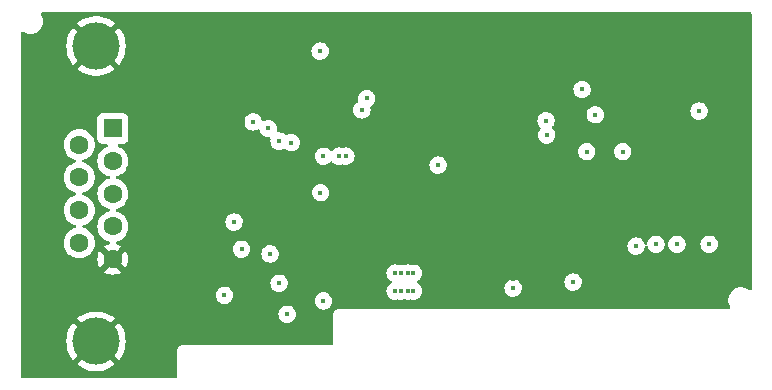
<source format=gbr>
%TF.GenerationSoftware,KiCad,Pcbnew,(6.0.4-0)*%
%TF.CreationDate,2022-03-21T10:12:57+01:00*%
%TF.ProjectId,IrDA_RS232,49724441-5f52-4533-9233-322e6b696361,rev?*%
%TF.SameCoordinates,Original*%
%TF.FileFunction,Copper,L2,Inr*%
%TF.FilePolarity,Positive*%
%FSLAX46Y46*%
G04 Gerber Fmt 4.6, Leading zero omitted, Abs format (unit mm)*
G04 Created by KiCad (PCBNEW (6.0.4-0)) date 2022-03-21 10:12:57*
%MOMM*%
%LPD*%
G01*
G04 APERTURE LIST*
%TA.AperFunction,ComponentPad*%
%ADD10C,4.000000*%
%TD*%
%TA.AperFunction,ComponentPad*%
%ADD11R,1.600000X1.600000*%
%TD*%
%TA.AperFunction,ComponentPad*%
%ADD12C,1.600000*%
%TD*%
%TA.AperFunction,ViaPad*%
%ADD13C,0.450000*%
%TD*%
G04 APERTURE END LIST*
D10*
%TO.N,GND*%
%TO.C,J1*%
X24128931Y-46316400D03*
X24128931Y-71316400D03*
D11*
%TO.N,/RS232_DCD*%
X25548931Y-53276400D03*
D12*
%TO.N,/RS232_RXD*%
X25548931Y-56046400D03*
%TO.N,/RS232_TXD*%
X25548931Y-58816400D03*
%TO.N,/RS232_DTR*%
X25548931Y-61586400D03*
%TO.N,GND*%
X25548931Y-64356400D03*
%TO.N,/RS232_DSR*%
X22708931Y-54661400D03*
%TO.N,/RS232_RTS*%
X22708931Y-57431400D03*
%TO.N,/RS232_CTS*%
X22708931Y-60201400D03*
%TO.N,/RS232_RING*%
X22708931Y-62971400D03*
%TD*%
D13*
%TO.N,GND*%
X31750000Y-56692800D03*
X31750000Y-55422800D03*
X31648400Y-52425600D03*
X72948800Y-61620400D03*
X69900800Y-61620400D03*
X68122800Y-56794400D03*
X70866000Y-50139600D03*
%TO.N,+5V*%
X66395600Y-52120800D03*
%TO.N,/RS232_RING*%
X46634400Y-51714400D03*
%TO.N,+5V*%
X47040800Y-50749200D03*
%TO.N,GND*%
X46939200Y-48361600D03*
X49428400Y-49784000D03*
X52120800Y-50596800D03*
%TO.N,+5V*%
X65278000Y-49987200D03*
%TO.N,/MCP_TX*%
X38709600Y-53289200D03*
X62280800Y-53848000D03*
%TO.N,/MCP_RX*%
X37439600Y-52730400D03*
X62230000Y-52628800D03*
%TO.N,+5V*%
X65661600Y-55247600D03*
X43383200Y-67894200D03*
X50546000Y-65532000D03*
X59436000Y-66802000D03*
X40309800Y-69011800D03*
X49911000Y-65532000D03*
X49453800Y-65532000D03*
X76039500Y-63085500D03*
X49911000Y-67056000D03*
X49453800Y-67056000D03*
X51003200Y-67056000D03*
X50546000Y-67056000D03*
X51003200Y-65532000D03*
X43129200Y-58724800D03*
X43103800Y-46736000D03*
X68709600Y-55247600D03*
X64516000Y-66294000D03*
X75184000Y-51816000D03*
X71534500Y-63085500D03*
X73312500Y-63085500D03*
X69850000Y-63246000D03*
X43383200Y-55626000D03*
X53086000Y-56388000D03*
%TO.N,GND*%
X52324000Y-52070000D03*
X46939200Y-67056000D03*
X42418000Y-55626000D03*
X56642000Y-51562000D03*
X70358000Y-56134000D03*
X46939200Y-65532000D03*
X35052000Y-49530000D03*
X45847000Y-65532000D03*
X47117000Y-59766200D03*
X75184000Y-50800000D03*
X66040000Y-59563000D03*
X46482000Y-65532000D03*
X54356000Y-66040000D03*
X45847000Y-67056000D03*
X46482000Y-67056000D03*
X35458400Y-58242200D03*
X59436000Y-66040000D03*
X35306000Y-46050200D03*
X65532000Y-56388000D03*
X77724000Y-53848000D03*
X45415200Y-67056000D03*
X42392600Y-67894200D03*
X45415200Y-65532000D03*
X71424500Y-61671500D03*
X37719000Y-51435000D03*
X47117000Y-57353200D03*
%TO.N,/RS232_RXD*%
X39624000Y-54356000D03*
%TO.N,/RS232_TXD*%
X40640000Y-54483000D03*
%TO.N,/RS232_DTR*%
X35814000Y-61214000D03*
%TO.N,/RS232_DSR*%
X39624000Y-66395600D03*
X35001200Y-67411600D03*
%TO.N,/MCP_DSR*%
X44704000Y-55626000D03*
X36449000Y-63500000D03*
%TO.N,/MCP_DTR*%
X45280503Y-55626000D03*
X38862000Y-63915000D03*
%TD*%
%TA.AperFunction,Conductor*%
%TO.N,GND*%
G36*
X79570621Y-43454502D02*
G01*
X79617114Y-43508158D01*
X79628500Y-43560500D01*
X79628500Y-66872175D01*
X79608498Y-66940296D01*
X79554842Y-66986789D01*
X79484568Y-66996893D01*
X79426170Y-66968468D01*
X79424247Y-66970903D01*
X79419538Y-66967184D01*
X79415208Y-66963039D01*
X79305910Y-66892466D01*
X79246394Y-66854037D01*
X79246391Y-66854036D01*
X79241357Y-66850785D01*
X79049416Y-66773430D01*
X79043535Y-66772282D01*
X79043530Y-66772280D01*
X78850756Y-66734634D01*
X78850753Y-66734634D01*
X78846310Y-66733766D01*
X78840871Y-66733500D01*
X78688296Y-66733500D01*
X78533993Y-66748222D01*
X78528239Y-66749910D01*
X78341173Y-66804789D01*
X78341171Y-66804790D01*
X78335420Y-66806477D01*
X78330087Y-66809223D01*
X78330086Y-66809224D01*
X78156775Y-66898484D01*
X78156772Y-66898486D01*
X78151444Y-66901230D01*
X77988706Y-67029063D01*
X77984775Y-67033593D01*
X77984774Y-67033594D01*
X77953191Y-67069990D01*
X77853076Y-67185363D01*
X77749448Y-67364490D01*
X77681562Y-67559981D01*
X77680702Y-67565914D01*
X77680701Y-67565917D01*
X77653534Y-67753292D01*
X77651868Y-67764781D01*
X77661436Y-67971502D01*
X77662840Y-67977327D01*
X77662840Y-67977328D01*
X77704199Y-68148941D01*
X77709921Y-68172685D01*
X77795574Y-68361069D01*
X77799040Y-68365955D01*
X77809429Y-68380601D01*
X77832526Y-68447736D01*
X77815661Y-68516700D01*
X77764189Y-68565599D01*
X77706658Y-68579500D01*
X44712623Y-68579500D01*
X44711853Y-68579498D01*
X44711037Y-68579493D01*
X44634279Y-68579024D01*
X44611918Y-68585415D01*
X44605847Y-68587150D01*
X44589085Y-68590728D01*
X44559813Y-68594920D01*
X44551645Y-68598634D01*
X44551644Y-68598634D01*
X44536438Y-68605548D01*
X44518914Y-68611996D01*
X44494229Y-68619051D01*
X44486635Y-68623843D01*
X44486632Y-68623844D01*
X44469220Y-68634830D01*
X44454137Y-68642969D01*
X44427218Y-68655208D01*
X44420416Y-68661069D01*
X44407765Y-68671970D01*
X44392761Y-68683073D01*
X44371042Y-68696776D01*
X44365103Y-68703501D01*
X44365099Y-68703504D01*
X44351468Y-68718938D01*
X44339276Y-68730982D01*
X44323673Y-68744427D01*
X44323671Y-68744430D01*
X44316873Y-68750287D01*
X44311993Y-68757816D01*
X44311992Y-68757817D01*
X44302906Y-68771835D01*
X44291615Y-68786709D01*
X44280569Y-68799217D01*
X44274622Y-68805951D01*
X44262575Y-68831609D01*
X44262058Y-68832711D01*
X44253737Y-68847691D01*
X44242529Y-68864983D01*
X44242527Y-68864988D01*
X44237648Y-68872515D01*
X44235078Y-68881108D01*
X44235076Y-68881113D01*
X44230289Y-68897120D01*
X44223628Y-68914564D01*
X44217371Y-68927892D01*
X44212719Y-68937800D01*
X44211338Y-68946667D01*
X44211338Y-68946668D01*
X44208170Y-68967015D01*
X44204387Y-68983732D01*
X44198485Y-69003466D01*
X44198484Y-69003472D01*
X44195914Y-69012066D01*
X44195737Y-69041153D01*
X44195704Y-69046497D01*
X44195671Y-69047289D01*
X44195500Y-69048386D01*
X44195500Y-69079377D01*
X44195498Y-69080147D01*
X44195024Y-69157721D01*
X44195408Y-69159065D01*
X44195500Y-69160410D01*
X44195500Y-71501500D01*
X44175498Y-71569621D01*
X44121842Y-71616114D01*
X44069500Y-71627500D01*
X31504623Y-71627500D01*
X31503853Y-71627498D01*
X31503037Y-71627493D01*
X31426279Y-71627024D01*
X31403918Y-71633415D01*
X31397847Y-71635150D01*
X31381085Y-71638728D01*
X31351813Y-71642920D01*
X31343645Y-71646634D01*
X31343644Y-71646634D01*
X31328438Y-71653548D01*
X31310914Y-71659996D01*
X31286229Y-71667051D01*
X31278635Y-71671843D01*
X31278632Y-71671844D01*
X31261220Y-71682830D01*
X31246137Y-71690969D01*
X31219218Y-71703208D01*
X31212416Y-71709069D01*
X31199765Y-71719970D01*
X31184761Y-71731073D01*
X31163042Y-71744776D01*
X31157103Y-71751501D01*
X31157099Y-71751504D01*
X31143468Y-71766938D01*
X31131276Y-71778982D01*
X31115673Y-71792427D01*
X31115671Y-71792430D01*
X31108873Y-71798287D01*
X31103993Y-71805816D01*
X31103992Y-71805817D01*
X31094906Y-71819835D01*
X31083615Y-71834709D01*
X31072569Y-71847217D01*
X31066622Y-71853951D01*
X31054058Y-71880711D01*
X31045737Y-71895691D01*
X31034529Y-71912983D01*
X31034527Y-71912988D01*
X31029648Y-71920515D01*
X31027078Y-71929108D01*
X31027076Y-71929113D01*
X31022289Y-71945120D01*
X31015628Y-71962564D01*
X31004719Y-71985800D01*
X31003338Y-71994667D01*
X31003338Y-71994668D01*
X31000170Y-72015015D01*
X30996387Y-72031732D01*
X30990485Y-72051466D01*
X30990484Y-72051472D01*
X30987914Y-72060066D01*
X30987859Y-72069037D01*
X30987859Y-72069038D01*
X30987704Y-72094497D01*
X30987671Y-72095289D01*
X30987500Y-72096386D01*
X30987500Y-72127377D01*
X30987498Y-72128147D01*
X30987024Y-72205721D01*
X30987408Y-72207065D01*
X30987500Y-72208410D01*
X30987500Y-74295500D01*
X30967498Y-74363621D01*
X30913842Y-74410114D01*
X30861500Y-74421500D01*
X17906500Y-74421500D01*
X17838379Y-74401498D01*
X17791886Y-74347842D01*
X17780500Y-74295500D01*
X17780500Y-73262387D01*
X22547652Y-73262387D01*
X22556479Y-73274005D01*
X22779212Y-73435830D01*
X22785892Y-73440070D01*
X23055503Y-73588290D01*
X23062638Y-73591647D01*
X23348701Y-73704908D01*
X23356227Y-73707353D01*
X23654210Y-73783862D01*
X23661981Y-73785345D01*
X23967209Y-73823903D01*
X23975100Y-73824400D01*
X24282762Y-73824400D01*
X24290653Y-73823903D01*
X24595881Y-73785345D01*
X24603652Y-73783862D01*
X24901635Y-73707353D01*
X24909161Y-73704908D01*
X25195224Y-73591647D01*
X25202359Y-73588290D01*
X25471970Y-73440070D01*
X25478650Y-73435830D01*
X25701754Y-73273736D01*
X25710177Y-73262813D01*
X25703273Y-73249952D01*
X24141743Y-71688422D01*
X24127799Y-71680808D01*
X24125966Y-71680939D01*
X24119351Y-71685190D01*
X22554265Y-73250276D01*
X22547652Y-73262387D01*
X17780500Y-73262387D01*
X17780500Y-71320358D01*
X21616221Y-71320358D01*
X21635538Y-71627394D01*
X21636531Y-71635255D01*
X21694177Y-71937446D01*
X21696147Y-71945120D01*
X21791215Y-72237709D01*
X21794130Y-72245072D01*
X21925120Y-72523441D01*
X21928932Y-72530374D01*
X22093782Y-72790136D01*
X22098426Y-72796529D01*
X22173428Y-72887190D01*
X22185945Y-72895645D01*
X22196683Y-72889438D01*
X23756909Y-71329212D01*
X23763287Y-71317532D01*
X24493339Y-71317532D01*
X24493470Y-71319365D01*
X24497721Y-71325980D01*
X26060076Y-72888335D01*
X26073338Y-72895577D01*
X26083443Y-72888388D01*
X26159436Y-72796529D01*
X26164080Y-72790136D01*
X26328930Y-72530374D01*
X26332742Y-72523441D01*
X26463732Y-72245072D01*
X26466647Y-72237709D01*
X26561715Y-71945120D01*
X26563685Y-71937446D01*
X26621331Y-71635255D01*
X26622324Y-71627394D01*
X26641641Y-71320358D01*
X26641641Y-71312442D01*
X26622324Y-71005406D01*
X26621331Y-70997545D01*
X26563685Y-70695354D01*
X26561714Y-70687677D01*
X26466647Y-70395091D01*
X26463732Y-70387728D01*
X26332742Y-70109359D01*
X26328930Y-70102426D01*
X26164080Y-69842664D01*
X26159436Y-69836271D01*
X26084434Y-69745610D01*
X26071917Y-69737155D01*
X26061179Y-69743362D01*
X24500953Y-71303588D01*
X24493339Y-71317532D01*
X23763287Y-71317532D01*
X23764523Y-71315268D01*
X23764392Y-71313435D01*
X23760141Y-71306820D01*
X22197786Y-69744465D01*
X22184524Y-69737223D01*
X22174419Y-69744412D01*
X22098426Y-69836271D01*
X22093782Y-69842664D01*
X21928932Y-70102426D01*
X21925120Y-70109359D01*
X21794130Y-70387728D01*
X21791215Y-70395091D01*
X21696148Y-70687677D01*
X21694177Y-70695354D01*
X21636531Y-70997545D01*
X21635538Y-71005406D01*
X21616221Y-71312442D01*
X21616221Y-71320358D01*
X17780500Y-71320358D01*
X17780500Y-69369987D01*
X22547685Y-69369987D01*
X22554589Y-69382848D01*
X24116119Y-70944378D01*
X24130063Y-70951992D01*
X24131896Y-70951861D01*
X24138511Y-70947610D01*
X25703597Y-69382524D01*
X25710210Y-69370413D01*
X25701383Y-69358795D01*
X25478650Y-69196970D01*
X25471970Y-69192730D01*
X25202359Y-69044510D01*
X25195224Y-69041153D01*
X25095057Y-69001494D01*
X39571731Y-69001494D01*
X39587789Y-69165268D01*
X39639732Y-69321415D01*
X39643381Y-69327440D01*
X39676938Y-69382848D01*
X39724979Y-69462173D01*
X39839291Y-69580547D01*
X39976989Y-69670654D01*
X40131228Y-69728015D01*
X40138209Y-69728946D01*
X40138211Y-69728947D01*
X40287361Y-69748848D01*
X40287365Y-69748848D01*
X40294342Y-69749779D01*
X40301353Y-69749141D01*
X40301357Y-69749141D01*
X40451203Y-69735504D01*
X40451204Y-69735504D01*
X40458224Y-69734865D01*
X40486862Y-69725560D01*
X40608030Y-69686190D01*
X40608033Y-69686189D01*
X40614729Y-69684013D01*
X40756079Y-69599751D01*
X40875249Y-69486268D01*
X40891258Y-69462173D01*
X40962414Y-69355075D01*
X40962415Y-69355073D01*
X40966315Y-69349203D01*
X41024751Y-69195368D01*
X41040990Y-69079820D01*
X41047102Y-69036334D01*
X41047103Y-69036327D01*
X41047653Y-69032410D01*
X41047812Y-69021038D01*
X41047886Y-69015762D01*
X41047886Y-69015756D01*
X41047941Y-69011800D01*
X41029598Y-68848266D01*
X41023798Y-68831609D01*
X40988755Y-68730982D01*
X40975480Y-68692860D01*
X40966245Y-68678080D01*
X40892009Y-68559279D01*
X40888276Y-68553305D01*
X40802378Y-68466805D01*
X40777286Y-68441537D01*
X40777282Y-68441534D01*
X40772322Y-68436539D01*
X40633380Y-68348363D01*
X40584247Y-68330868D01*
X40484989Y-68295523D01*
X40484987Y-68295522D01*
X40478355Y-68293161D01*
X40471369Y-68292328D01*
X40471365Y-68292327D01*
X40356871Y-68278675D01*
X40314953Y-68273677D01*
X40307950Y-68274413D01*
X40307949Y-68274413D01*
X40264735Y-68278955D01*
X40151295Y-68290878D01*
X40144627Y-68293148D01*
X40002182Y-68341640D01*
X40002179Y-68341641D01*
X39995515Y-68343910D01*
X39855355Y-68430137D01*
X39737782Y-68545273D01*
X39648638Y-68683597D01*
X39646227Y-68690220D01*
X39646226Y-68690223D01*
X39594766Y-68831609D01*
X39594765Y-68831614D01*
X39592356Y-68838232D01*
X39571731Y-69001494D01*
X25095057Y-69001494D01*
X24909161Y-68927892D01*
X24901635Y-68925447D01*
X24603652Y-68848938D01*
X24595881Y-68847455D01*
X24290653Y-68808897D01*
X24282762Y-68808400D01*
X23975100Y-68808400D01*
X23967209Y-68808897D01*
X23661981Y-68847455D01*
X23654210Y-68848938D01*
X23356227Y-68925447D01*
X23348701Y-68927892D01*
X23062638Y-69041153D01*
X23055503Y-69044510D01*
X22785892Y-69192730D01*
X22779212Y-69196970D01*
X22556108Y-69359064D01*
X22547685Y-69369987D01*
X17780500Y-69369987D01*
X17780500Y-67401294D01*
X34263131Y-67401294D01*
X34279189Y-67565068D01*
X34331132Y-67721215D01*
X34343970Y-67742413D01*
X34374814Y-67793341D01*
X34416379Y-67861973D01*
X34530691Y-67980347D01*
X34668389Y-68070454D01*
X34822628Y-68127815D01*
X34829609Y-68128746D01*
X34829611Y-68128747D01*
X34978761Y-68148648D01*
X34978765Y-68148648D01*
X34985742Y-68149579D01*
X34992753Y-68148941D01*
X34992757Y-68148941D01*
X35142603Y-68135304D01*
X35142604Y-68135304D01*
X35149624Y-68134665D01*
X35178262Y-68125360D01*
X35299430Y-68085990D01*
X35299433Y-68085989D01*
X35306129Y-68083813D01*
X35447479Y-67999551D01*
X35566649Y-67886068D01*
X35568094Y-67883894D01*
X42645131Y-67883894D01*
X42661189Y-68047668D01*
X42713132Y-68203815D01*
X42716781Y-68209840D01*
X42767235Y-68293148D01*
X42798379Y-68344573D01*
X42912691Y-68462947D01*
X43050389Y-68553054D01*
X43204628Y-68610415D01*
X43211609Y-68611346D01*
X43211611Y-68611347D01*
X43360761Y-68631248D01*
X43360765Y-68631248D01*
X43367742Y-68632179D01*
X43374753Y-68631541D01*
X43374757Y-68631541D01*
X43524603Y-68617904D01*
X43524604Y-68617904D01*
X43531624Y-68617265D01*
X43588964Y-68598634D01*
X43681430Y-68568590D01*
X43681433Y-68568589D01*
X43688129Y-68566413D01*
X43829479Y-68482151D01*
X43948649Y-68368668D01*
X43957322Y-68355614D01*
X44035814Y-68237475D01*
X44035815Y-68237473D01*
X44039715Y-68231603D01*
X44098151Y-68077768D01*
X44111300Y-67984205D01*
X44120502Y-67918734D01*
X44120503Y-67918727D01*
X44121053Y-67914810D01*
X44121341Y-67894200D01*
X44102998Y-67730666D01*
X44097198Y-67714009D01*
X44051198Y-67581917D01*
X44048880Y-67575260D01*
X44042512Y-67565068D01*
X43965409Y-67441679D01*
X43961676Y-67435705D01*
X43892137Y-67365679D01*
X43850686Y-67323937D01*
X43850682Y-67323934D01*
X43845722Y-67318939D01*
X43706780Y-67230763D01*
X43609407Y-67196090D01*
X43558389Y-67177923D01*
X43558387Y-67177922D01*
X43551755Y-67175561D01*
X43544769Y-67174728D01*
X43544765Y-67174727D01*
X43430271Y-67161075D01*
X43388353Y-67156077D01*
X43381350Y-67156813D01*
X43381349Y-67156813D01*
X43338135Y-67161355D01*
X43224695Y-67173278D01*
X43218027Y-67175548D01*
X43075582Y-67224040D01*
X43075579Y-67224041D01*
X43068915Y-67226310D01*
X42928755Y-67312537D01*
X42917114Y-67323937D01*
X42831617Y-67407662D01*
X42811182Y-67427673D01*
X42722038Y-67565997D01*
X42719627Y-67572620D01*
X42719626Y-67572623D01*
X42668166Y-67714009D01*
X42668165Y-67714014D01*
X42665756Y-67720632D01*
X42645131Y-67883894D01*
X35568094Y-67883894D01*
X35570550Y-67880197D01*
X35653814Y-67754875D01*
X35653815Y-67754873D01*
X35657715Y-67749003D01*
X35716151Y-67595168D01*
X35733657Y-67470607D01*
X35738502Y-67436134D01*
X35738503Y-67436127D01*
X35739053Y-67432210D01*
X35739341Y-67411600D01*
X35720998Y-67248066D01*
X35715198Y-67231409D01*
X35694698Y-67172542D01*
X35666880Y-67092660D01*
X35641915Y-67052707D01*
X35583409Y-66959079D01*
X35579676Y-66953105D01*
X35512596Y-66885555D01*
X35468686Y-66841337D01*
X35468682Y-66841334D01*
X35463722Y-66836339D01*
X35324780Y-66748163D01*
X35250941Y-66721870D01*
X35176389Y-66695323D01*
X35176387Y-66695322D01*
X35169755Y-66692961D01*
X35162769Y-66692128D01*
X35162765Y-66692127D01*
X35048271Y-66678475D01*
X35006353Y-66673477D01*
X34999350Y-66674213D01*
X34999349Y-66674213D01*
X34956135Y-66678755D01*
X34842695Y-66690678D01*
X34836027Y-66692948D01*
X34693582Y-66741440D01*
X34693579Y-66741441D01*
X34686915Y-66743710D01*
X34638606Y-66773430D01*
X34580424Y-66809224D01*
X34546755Y-66829937D01*
X34429182Y-66945073D01*
X34340038Y-67083397D01*
X34337627Y-67090020D01*
X34337626Y-67090023D01*
X34286166Y-67231409D01*
X34286165Y-67231414D01*
X34283756Y-67238032D01*
X34263131Y-67401294D01*
X17780500Y-67401294D01*
X17780500Y-66385294D01*
X38885931Y-66385294D01*
X38901989Y-66549068D01*
X38953932Y-66705215D01*
X38957581Y-66711240D01*
X39031059Y-66832565D01*
X39039179Y-66845973D01*
X39153491Y-66964347D01*
X39291189Y-67054454D01*
X39445428Y-67111815D01*
X39452409Y-67112746D01*
X39452411Y-67112747D01*
X39601561Y-67132648D01*
X39601565Y-67132648D01*
X39608542Y-67133579D01*
X39615553Y-67132941D01*
X39615557Y-67132941D01*
X39765403Y-67119304D01*
X39765404Y-67119304D01*
X39772424Y-67118665D01*
X39801062Y-67109360D01*
X39922230Y-67069990D01*
X39922233Y-67069989D01*
X39928929Y-67067813D01*
X39966034Y-67045694D01*
X48715731Y-67045694D01*
X48731789Y-67209468D01*
X48783732Y-67365615D01*
X48787381Y-67371640D01*
X48823154Y-67430707D01*
X48868979Y-67506373D01*
X48873870Y-67511438D01*
X48873871Y-67511439D01*
X48887647Y-67525704D01*
X48983291Y-67624747D01*
X49120989Y-67714854D01*
X49275228Y-67772215D01*
X49282209Y-67773146D01*
X49282211Y-67773147D01*
X49431361Y-67793048D01*
X49431365Y-67793048D01*
X49438342Y-67793979D01*
X49445353Y-67793341D01*
X49445357Y-67793341D01*
X49595203Y-67779704D01*
X49595204Y-67779704D01*
X49602224Y-67779065D01*
X49639815Y-67766851D01*
X49710781Y-67764823D01*
X49722670Y-67768587D01*
X49725820Y-67769758D01*
X49725824Y-67769759D01*
X49732428Y-67772215D01*
X49739409Y-67773146D01*
X49739411Y-67773147D01*
X49888561Y-67793048D01*
X49888565Y-67793048D01*
X49895542Y-67793979D01*
X49902553Y-67793341D01*
X49902557Y-67793341D01*
X50052403Y-67779704D01*
X50052404Y-67779704D01*
X50059424Y-67779065D01*
X50191908Y-67736018D01*
X50262874Y-67733990D01*
X50274763Y-67737754D01*
X50360820Y-67769758D01*
X50360824Y-67769759D01*
X50367428Y-67772215D01*
X50374409Y-67773146D01*
X50374411Y-67773147D01*
X50523561Y-67793048D01*
X50523565Y-67793048D01*
X50530542Y-67793979D01*
X50537553Y-67793341D01*
X50537557Y-67793341D01*
X50687403Y-67779704D01*
X50687404Y-67779704D01*
X50694424Y-67779065D01*
X50732015Y-67766851D01*
X50802981Y-67764823D01*
X50814870Y-67768587D01*
X50818020Y-67769758D01*
X50818024Y-67769759D01*
X50824628Y-67772215D01*
X50831609Y-67773146D01*
X50831611Y-67773147D01*
X50980761Y-67793048D01*
X50980765Y-67793048D01*
X50987742Y-67793979D01*
X50994753Y-67793341D01*
X50994757Y-67793341D01*
X51144603Y-67779704D01*
X51144604Y-67779704D01*
X51151624Y-67779065D01*
X51183872Y-67768587D01*
X51301430Y-67730390D01*
X51301433Y-67730389D01*
X51308129Y-67728213D01*
X51449479Y-67643951D01*
X51568649Y-67530468D01*
X51584658Y-67506373D01*
X51655814Y-67399275D01*
X51655815Y-67399273D01*
X51659715Y-67393403D01*
X51718151Y-67239568D01*
X51726815Y-67177923D01*
X51740502Y-67080534D01*
X51740503Y-67080527D01*
X51741053Y-67076610D01*
X51741341Y-67056000D01*
X51722998Y-66892466D01*
X51720592Y-66885555D01*
X51694010Y-66809224D01*
X51687905Y-66791694D01*
X58697931Y-66791694D01*
X58713989Y-66955468D01*
X58765932Y-67111615D01*
X58769581Y-67117640D01*
X58847413Y-67246154D01*
X58851179Y-67252373D01*
X58965491Y-67370747D01*
X59103189Y-67460854D01*
X59257428Y-67518215D01*
X59264409Y-67519146D01*
X59264411Y-67519147D01*
X59413561Y-67539048D01*
X59413565Y-67539048D01*
X59420542Y-67539979D01*
X59427553Y-67539341D01*
X59427557Y-67539341D01*
X59577403Y-67525704D01*
X59577404Y-67525704D01*
X59584424Y-67525065D01*
X59641952Y-67506373D01*
X59734230Y-67476390D01*
X59734233Y-67476389D01*
X59740929Y-67474213D01*
X59882279Y-67389951D01*
X60001449Y-67276468D01*
X60017458Y-67252373D01*
X60088614Y-67145275D01*
X60088615Y-67145273D01*
X60092515Y-67139403D01*
X60150951Y-66985568D01*
X60163190Y-66898484D01*
X60173302Y-66826534D01*
X60173303Y-66826527D01*
X60173853Y-66822610D01*
X60174040Y-66809224D01*
X60174086Y-66805962D01*
X60174086Y-66805956D01*
X60174141Y-66802000D01*
X60155798Y-66638466D01*
X60153339Y-66631403D01*
X60103998Y-66489717D01*
X60101680Y-66483060D01*
X60049505Y-66399562D01*
X60018209Y-66349479D01*
X60014476Y-66343505D01*
X59955081Y-66283694D01*
X63777931Y-66283694D01*
X63793989Y-66447468D01*
X63845932Y-66603615D01*
X63849581Y-66609640D01*
X63925281Y-66734634D01*
X63931179Y-66744373D01*
X63936070Y-66749438D01*
X63936071Y-66749439D01*
X63989522Y-66804789D01*
X64045491Y-66862747D01*
X64183189Y-66952854D01*
X64337428Y-67010215D01*
X64344409Y-67011146D01*
X64344411Y-67011147D01*
X64493561Y-67031048D01*
X64493565Y-67031048D01*
X64500542Y-67031979D01*
X64507553Y-67031341D01*
X64507557Y-67031341D01*
X64657403Y-67017704D01*
X64657404Y-67017704D01*
X64664424Y-67017065D01*
X64693062Y-67007760D01*
X64814230Y-66968390D01*
X64814233Y-66968389D01*
X64820929Y-66966213D01*
X64962279Y-66881951D01*
X65081449Y-66768468D01*
X65085350Y-66762597D01*
X65168614Y-66637275D01*
X65168615Y-66637273D01*
X65172515Y-66631403D01*
X65230951Y-66477568D01*
X65243218Y-66390284D01*
X65253302Y-66318534D01*
X65253303Y-66318527D01*
X65253853Y-66314610D01*
X65254141Y-66294000D01*
X65235798Y-66130466D01*
X65233392Y-66123555D01*
X65185991Y-65987439D01*
X65181680Y-65975060D01*
X65094476Y-65835505D01*
X65036499Y-65777122D01*
X64983486Y-65723737D01*
X64983482Y-65723734D01*
X64978522Y-65718739D01*
X64839580Y-65630563D01*
X64790447Y-65613068D01*
X64691189Y-65577723D01*
X64691187Y-65577722D01*
X64684555Y-65575361D01*
X64677569Y-65574528D01*
X64677565Y-65574527D01*
X64563071Y-65560875D01*
X64521153Y-65555877D01*
X64514150Y-65556613D01*
X64514149Y-65556613D01*
X64470935Y-65561155D01*
X64357495Y-65573078D01*
X64350827Y-65575348D01*
X64208382Y-65623840D01*
X64208379Y-65623841D01*
X64201715Y-65626110D01*
X64061555Y-65712337D01*
X63999066Y-65773531D01*
X63957805Y-65813937D01*
X63943982Y-65827473D01*
X63854838Y-65965797D01*
X63852427Y-65972420D01*
X63852426Y-65972423D01*
X63800966Y-66113809D01*
X63800965Y-66113814D01*
X63798556Y-66120432D01*
X63777931Y-66283694D01*
X59955081Y-66283694D01*
X59948136Y-66276700D01*
X59903486Y-66231737D01*
X59903482Y-66231734D01*
X59898522Y-66226739D01*
X59759580Y-66138563D01*
X59664218Y-66104606D01*
X59611189Y-66085723D01*
X59611187Y-66085722D01*
X59604555Y-66083361D01*
X59597569Y-66082528D01*
X59597565Y-66082527D01*
X59470673Y-66067397D01*
X59441153Y-66063877D01*
X59434150Y-66064613D01*
X59434149Y-66064613D01*
X59407662Y-66067397D01*
X59277495Y-66081078D01*
X59270827Y-66083348D01*
X59128382Y-66131840D01*
X59128379Y-66131841D01*
X59121715Y-66134110D01*
X59039258Y-66184838D01*
X58996570Y-66211100D01*
X58981555Y-66220337D01*
X58969914Y-66231737D01*
X58881280Y-66318534D01*
X58863982Y-66335473D01*
X58774838Y-66473797D01*
X58772427Y-66480420D01*
X58772426Y-66480423D01*
X58720966Y-66621809D01*
X58720965Y-66621814D01*
X58718556Y-66628432D01*
X58697931Y-66791694D01*
X51687905Y-66791694D01*
X51668880Y-66737060D01*
X51603114Y-66631812D01*
X51585409Y-66603479D01*
X51581676Y-66597505D01*
X51474638Y-66489717D01*
X51470686Y-66485737D01*
X51470682Y-66485734D01*
X51465722Y-66480739D01*
X51459773Y-66476964D01*
X51459771Y-66476962D01*
X51357800Y-66412249D01*
X51337635Y-66399452D01*
X51290836Y-66346063D01*
X51280331Y-66275848D01*
X51309455Y-66211100D01*
X51340631Y-66184838D01*
X51418257Y-66138563D01*
X51449479Y-66119951D01*
X51568649Y-66006468D01*
X51585094Y-65981717D01*
X51655814Y-65875275D01*
X51655815Y-65875273D01*
X51659715Y-65869403D01*
X51718151Y-65715568D01*
X51730430Y-65628198D01*
X51740502Y-65556534D01*
X51740503Y-65556527D01*
X51741053Y-65552610D01*
X51741341Y-65532000D01*
X51722998Y-65368466D01*
X51717198Y-65351809D01*
X51671198Y-65219717D01*
X51668880Y-65213060D01*
X51581676Y-65073505D01*
X51516538Y-65007911D01*
X51470686Y-64961737D01*
X51470682Y-64961734D01*
X51465722Y-64956739D01*
X51326780Y-64868563D01*
X51277647Y-64851068D01*
X51178389Y-64815723D01*
X51178387Y-64815722D01*
X51171755Y-64813361D01*
X51164769Y-64812528D01*
X51164765Y-64812527D01*
X51050271Y-64798875D01*
X51008353Y-64793877D01*
X51001350Y-64794613D01*
X51001349Y-64794613D01*
X50851703Y-64810341D01*
X50851699Y-64810342D01*
X50844695Y-64811078D01*
X50816421Y-64820703D01*
X50745490Y-64823721D01*
X50733551Y-64820125D01*
X50721186Y-64815722D01*
X50721185Y-64815722D01*
X50714555Y-64813361D01*
X50551153Y-64793877D01*
X50544150Y-64794613D01*
X50544149Y-64794613D01*
X50500935Y-64799155D01*
X50387495Y-64811078D01*
X50380824Y-64813349D01*
X50268322Y-64851647D01*
X50197390Y-64854665D01*
X50185451Y-64851068D01*
X50086193Y-64815724D01*
X50086187Y-64815723D01*
X50079555Y-64813361D01*
X50072569Y-64812528D01*
X50072565Y-64812527D01*
X49958071Y-64798875D01*
X49916153Y-64793877D01*
X49909150Y-64794613D01*
X49909149Y-64794613D01*
X49759503Y-64810341D01*
X49759499Y-64810342D01*
X49752495Y-64811078D01*
X49724221Y-64820703D01*
X49653290Y-64823721D01*
X49641351Y-64820125D01*
X49628986Y-64815722D01*
X49628985Y-64815722D01*
X49622355Y-64813361D01*
X49458953Y-64793877D01*
X49451950Y-64794613D01*
X49451949Y-64794613D01*
X49408735Y-64799155D01*
X49295295Y-64811078D01*
X49288627Y-64813348D01*
X49146182Y-64861840D01*
X49146179Y-64861841D01*
X49139515Y-64864110D01*
X48999355Y-64950337D01*
X48881782Y-65065473D01*
X48792638Y-65203797D01*
X48790227Y-65210420D01*
X48790226Y-65210423D01*
X48738766Y-65351809D01*
X48738765Y-65351814D01*
X48736356Y-65358432D01*
X48715731Y-65521694D01*
X48731789Y-65685468D01*
X48783732Y-65841615D01*
X48787381Y-65847640D01*
X48855351Y-65959870D01*
X48868979Y-65982373D01*
X48983291Y-66100747D01*
X48989183Y-66104602D01*
X48989187Y-66104606D01*
X49119202Y-66189685D01*
X49165251Y-66243722D01*
X49174774Y-66314077D01*
X49144749Y-66378412D01*
X49116234Y-66402433D01*
X48999355Y-66474337D01*
X48881782Y-66589473D01*
X48792638Y-66727797D01*
X48790227Y-66734420D01*
X48790226Y-66734423D01*
X48738766Y-66875809D01*
X48738765Y-66875814D01*
X48736356Y-66882432D01*
X48715731Y-67045694D01*
X39966034Y-67045694D01*
X40070279Y-66983551D01*
X40189449Y-66870068D01*
X40194313Y-66862747D01*
X40276614Y-66738875D01*
X40276615Y-66738873D01*
X40280515Y-66733003D01*
X40338951Y-66579168D01*
X40347507Y-66518289D01*
X40361302Y-66420134D01*
X40361303Y-66420127D01*
X40361853Y-66416210D01*
X40361995Y-66406030D01*
X40362086Y-66399562D01*
X40362086Y-66399556D01*
X40362141Y-66395600D01*
X40343798Y-66232066D01*
X40337998Y-66215409D01*
X40311237Y-66138563D01*
X40289680Y-66076660D01*
X40282214Y-66064711D01*
X40206209Y-65943079D01*
X40202476Y-65937105D01*
X40128701Y-65862813D01*
X40091486Y-65825337D01*
X40091482Y-65825334D01*
X40086522Y-65820339D01*
X39947580Y-65732163D01*
X39881388Y-65708593D01*
X39799189Y-65679323D01*
X39799187Y-65679322D01*
X39792555Y-65676961D01*
X39785569Y-65676128D01*
X39785565Y-65676127D01*
X39671071Y-65662475D01*
X39629153Y-65657477D01*
X39622150Y-65658213D01*
X39622149Y-65658213D01*
X39578935Y-65662755D01*
X39465495Y-65674678D01*
X39458827Y-65676948D01*
X39316382Y-65725440D01*
X39316379Y-65725441D01*
X39309715Y-65727710D01*
X39169555Y-65813937D01*
X39051982Y-65929073D01*
X38962838Y-66067397D01*
X38960427Y-66074020D01*
X38960426Y-66074023D01*
X38908966Y-66215409D01*
X38908965Y-66215414D01*
X38906556Y-66222032D01*
X38885931Y-66385294D01*
X17780500Y-66385294D01*
X17780500Y-65442462D01*
X24827424Y-65442462D01*
X24836720Y-65454477D01*
X24887925Y-65490331D01*
X24897420Y-65495814D01*
X25094878Y-65587890D01*
X25105170Y-65591636D01*
X25315619Y-65648025D01*
X25326412Y-65649928D01*
X25543456Y-65668917D01*
X25554406Y-65668917D01*
X25771450Y-65649928D01*
X25782243Y-65648025D01*
X25992692Y-65591636D01*
X26002984Y-65587890D01*
X26200442Y-65495814D01*
X26209937Y-65490331D01*
X26261979Y-65453891D01*
X26270355Y-65443412D01*
X26263287Y-65429966D01*
X25561743Y-64728422D01*
X25547799Y-64720808D01*
X25545966Y-64720939D01*
X25539351Y-64725190D01*
X24833854Y-65430687D01*
X24827424Y-65442462D01*
X17780500Y-65442462D01*
X17780500Y-64361875D01*
X24236414Y-64361875D01*
X24255403Y-64578919D01*
X24257306Y-64589712D01*
X24313695Y-64800161D01*
X24317441Y-64810453D01*
X24409517Y-65007911D01*
X24415000Y-65017406D01*
X24451440Y-65069448D01*
X24461919Y-65077824D01*
X24475365Y-65070756D01*
X25176909Y-64369212D01*
X25183287Y-64357532D01*
X25913339Y-64357532D01*
X25913470Y-64359365D01*
X25917721Y-64365980D01*
X26623218Y-65071477D01*
X26634993Y-65077907D01*
X26647008Y-65068611D01*
X26682862Y-65017406D01*
X26688345Y-65007911D01*
X26780421Y-64810453D01*
X26784167Y-64800161D01*
X26840556Y-64589712D01*
X26842459Y-64578919D01*
X26861448Y-64361875D01*
X26861448Y-64350925D01*
X26842459Y-64133881D01*
X26840556Y-64123088D01*
X26784167Y-63912639D01*
X26780421Y-63902347D01*
X26688345Y-63704889D01*
X26682862Y-63695394D01*
X26646422Y-63643352D01*
X26635943Y-63634976D01*
X26622497Y-63642044D01*
X25920953Y-64343588D01*
X25913339Y-64357532D01*
X25183287Y-64357532D01*
X25184523Y-64355268D01*
X25184392Y-64353435D01*
X25180141Y-64346820D01*
X24474644Y-63641323D01*
X24462869Y-63634893D01*
X24450854Y-63644189D01*
X24415000Y-63695394D01*
X24409517Y-63704889D01*
X24317441Y-63902347D01*
X24313695Y-63912639D01*
X24257306Y-64123088D01*
X24255403Y-64133881D01*
X24236414Y-64350925D01*
X24236414Y-64361875D01*
X17780500Y-64361875D01*
X17780500Y-62971400D01*
X21395433Y-62971400D01*
X21415388Y-63199487D01*
X21416812Y-63204800D01*
X21416812Y-63204802D01*
X21451277Y-63333424D01*
X21474647Y-63420643D01*
X21476970Y-63425624D01*
X21476970Y-63425625D01*
X21569082Y-63623162D01*
X21569085Y-63623167D01*
X21571408Y-63628149D01*
X21625142Y-63704889D01*
X21693791Y-63802929D01*
X21702733Y-63815700D01*
X21864631Y-63977598D01*
X21869139Y-63980755D01*
X21869142Y-63980757D01*
X21947320Y-64035498D01*
X22052182Y-64108923D01*
X22057164Y-64111246D01*
X22057169Y-64111249D01*
X22192577Y-64174390D01*
X22259688Y-64205684D01*
X22264996Y-64207106D01*
X22264998Y-64207107D01*
X22475529Y-64263519D01*
X22475531Y-64263519D01*
X22480844Y-64264943D01*
X22708931Y-64284898D01*
X22937018Y-64264943D01*
X22942331Y-64263519D01*
X22942333Y-64263519D01*
X23152864Y-64207107D01*
X23152866Y-64207106D01*
X23158174Y-64205684D01*
X23225285Y-64174390D01*
X23360693Y-64111249D01*
X23360698Y-64111246D01*
X23365680Y-64108923D01*
X23470542Y-64035498D01*
X23548720Y-63980757D01*
X23548723Y-63980755D01*
X23553231Y-63977598D01*
X23715129Y-63815700D01*
X23724072Y-63802929D01*
X23792720Y-63704889D01*
X23846454Y-63628149D01*
X23848777Y-63623167D01*
X23848780Y-63623162D01*
X23940892Y-63425625D01*
X23940892Y-63425624D01*
X23943215Y-63420643D01*
X23966586Y-63333424D01*
X24001050Y-63204802D01*
X24001050Y-63204800D01*
X24002474Y-63199487D01*
X24022429Y-62971400D01*
X24002474Y-62743313D01*
X23997902Y-62726249D01*
X23944638Y-62527467D01*
X23944637Y-62527465D01*
X23943215Y-62522157D01*
X23936945Y-62508711D01*
X23848780Y-62319638D01*
X23848777Y-62319633D01*
X23846454Y-62314651D01*
X23715129Y-62127100D01*
X23553231Y-61965202D01*
X23548723Y-61962045D01*
X23548720Y-61962043D01*
X23424852Y-61875310D01*
X23365680Y-61833877D01*
X23360698Y-61831554D01*
X23360693Y-61831551D01*
X23163156Y-61739439D01*
X23163155Y-61739439D01*
X23158174Y-61737116D01*
X23152866Y-61735694D01*
X23152864Y-61735693D01*
X23049912Y-61708107D01*
X22989289Y-61671155D01*
X22958268Y-61607294D01*
X22960766Y-61586400D01*
X24235433Y-61586400D01*
X24255388Y-61814487D01*
X24256812Y-61819800D01*
X24256812Y-61819802D01*
X24285740Y-61927760D01*
X24314647Y-62035643D01*
X24316970Y-62040624D01*
X24316970Y-62040625D01*
X24409082Y-62238162D01*
X24409085Y-62238167D01*
X24411408Y-62243149D01*
X24464966Y-62319638D01*
X24536152Y-62421301D01*
X24542733Y-62430700D01*
X24704631Y-62592598D01*
X24709139Y-62595755D01*
X24709142Y-62595757D01*
X24742298Y-62618973D01*
X24892182Y-62723923D01*
X24897164Y-62726246D01*
X24897169Y-62726249D01*
X25041346Y-62793479D01*
X25099688Y-62820684D01*
X25104995Y-62822106D01*
X25208917Y-62849952D01*
X25269539Y-62886904D01*
X25300561Y-62950765D01*
X25292132Y-63021259D01*
X25246929Y-63076006D01*
X25208916Y-63093366D01*
X25105170Y-63121164D01*
X25094878Y-63124910D01*
X24897420Y-63216986D01*
X24887925Y-63222469D01*
X24835883Y-63258909D01*
X24827507Y-63269388D01*
X24834575Y-63282834D01*
X25536119Y-63984378D01*
X25550063Y-63991992D01*
X25551896Y-63991861D01*
X25558511Y-63987610D01*
X26056427Y-63489694D01*
X35710931Y-63489694D01*
X35726989Y-63653468D01*
X35778932Y-63809615D01*
X35782581Y-63815640D01*
X35857615Y-63939534D01*
X35864179Y-63950373D01*
X35869070Y-63955438D01*
X35869071Y-63955439D01*
X35887447Y-63974468D01*
X35978491Y-64068747D01*
X36116189Y-64158854D01*
X36270428Y-64216215D01*
X36277409Y-64217146D01*
X36277411Y-64217147D01*
X36426561Y-64237048D01*
X36426565Y-64237048D01*
X36433542Y-64237979D01*
X36440553Y-64237341D01*
X36440557Y-64237341D01*
X36590403Y-64223704D01*
X36590404Y-64223704D01*
X36597424Y-64223065D01*
X36658066Y-64203361D01*
X36747230Y-64174390D01*
X36747233Y-64174389D01*
X36753929Y-64172213D01*
X36895279Y-64087951D01*
X37014449Y-63974468D01*
X37030458Y-63950373D01*
X37060807Y-63904694D01*
X38123931Y-63904694D01*
X38139989Y-64068468D01*
X38191932Y-64224615D01*
X38277179Y-64365373D01*
X38391491Y-64483747D01*
X38529189Y-64573854D01*
X38683428Y-64631215D01*
X38690409Y-64632146D01*
X38690411Y-64632147D01*
X38839561Y-64652048D01*
X38839565Y-64652048D01*
X38846542Y-64652979D01*
X38853553Y-64652341D01*
X38853557Y-64652341D01*
X39003403Y-64638704D01*
X39003404Y-64638704D01*
X39010424Y-64638065D01*
X39039062Y-64628760D01*
X39160230Y-64589390D01*
X39160233Y-64589389D01*
X39166929Y-64587213D01*
X39308279Y-64502951D01*
X39427449Y-64389468D01*
X39440907Y-64369212D01*
X39514614Y-64258275D01*
X39514615Y-64258273D01*
X39518515Y-64252403D01*
X39576951Y-64098568D01*
X39592999Y-63984378D01*
X39599302Y-63939534D01*
X39599303Y-63939527D01*
X39599853Y-63935610D01*
X39600141Y-63915000D01*
X39581798Y-63751466D01*
X39579322Y-63744354D01*
X39555885Y-63677055D01*
X39527680Y-63596060D01*
X39508164Y-63564827D01*
X39444209Y-63462479D01*
X39440476Y-63456505D01*
X39376875Y-63392459D01*
X39329486Y-63344737D01*
X39329482Y-63344734D01*
X39324522Y-63339739D01*
X39185580Y-63251563D01*
X39141015Y-63235694D01*
X69111931Y-63235694D01*
X69127989Y-63399468D01*
X69179932Y-63555615D01*
X69183581Y-63561640D01*
X69261413Y-63690154D01*
X69265179Y-63696373D01*
X69270070Y-63701438D01*
X69270071Y-63701439D01*
X69311956Y-63744812D01*
X69379491Y-63814747D01*
X69517189Y-63904854D01*
X69671428Y-63962215D01*
X69678409Y-63963146D01*
X69678411Y-63963147D01*
X69827561Y-63983048D01*
X69827565Y-63983048D01*
X69834542Y-63983979D01*
X69841553Y-63983341D01*
X69841557Y-63983341D01*
X69991403Y-63969704D01*
X69991404Y-63969704D01*
X69998424Y-63969065D01*
X70055952Y-63950373D01*
X70148230Y-63920390D01*
X70148233Y-63920389D01*
X70154929Y-63918213D01*
X70296279Y-63833951D01*
X70415449Y-63720468D01*
X70432108Y-63695394D01*
X70502614Y-63589275D01*
X70502615Y-63589273D01*
X70506515Y-63583403D01*
X70564951Y-63429568D01*
X70565931Y-63422597D01*
X70565932Y-63422592D01*
X70582537Y-63304434D01*
X70611825Y-63239760D01*
X70671429Y-63201186D01*
X70742425Y-63200961D01*
X70802273Y-63239154D01*
X70826869Y-63282197D01*
X70852134Y-63358147D01*
X70864432Y-63395115D01*
X70881073Y-63422592D01*
X70942812Y-63524534D01*
X70949679Y-63535873D01*
X70954570Y-63540938D01*
X70954571Y-63540939D01*
X71002030Y-63590084D01*
X71063991Y-63654247D01*
X71201689Y-63744354D01*
X71355928Y-63801715D01*
X71362909Y-63802646D01*
X71362911Y-63802647D01*
X71512061Y-63822548D01*
X71512065Y-63822548D01*
X71519042Y-63823479D01*
X71526053Y-63822841D01*
X71526057Y-63822841D01*
X71675903Y-63809204D01*
X71675904Y-63809204D01*
X71682924Y-63808565D01*
X71711562Y-63799260D01*
X71832730Y-63759890D01*
X71832733Y-63759889D01*
X71839429Y-63757713D01*
X71980779Y-63673451D01*
X72099949Y-63559968D01*
X72103850Y-63554097D01*
X72187114Y-63428775D01*
X72187115Y-63428773D01*
X72191015Y-63422903D01*
X72249451Y-63269068D01*
X72260000Y-63194007D01*
X72271802Y-63110034D01*
X72271803Y-63110027D01*
X72272353Y-63106110D01*
X72272531Y-63093366D01*
X72272586Y-63089462D01*
X72272586Y-63089456D01*
X72272641Y-63085500D01*
X72271485Y-63075194D01*
X72574431Y-63075194D01*
X72590489Y-63238968D01*
X72642432Y-63395115D01*
X72659073Y-63422592D01*
X72720812Y-63524534D01*
X72727679Y-63535873D01*
X72732570Y-63540938D01*
X72732571Y-63540939D01*
X72780030Y-63590084D01*
X72841991Y-63654247D01*
X72979689Y-63744354D01*
X73133928Y-63801715D01*
X73140909Y-63802646D01*
X73140911Y-63802647D01*
X73290061Y-63822548D01*
X73290065Y-63822548D01*
X73297042Y-63823479D01*
X73304053Y-63822841D01*
X73304057Y-63822841D01*
X73453903Y-63809204D01*
X73453904Y-63809204D01*
X73460924Y-63808565D01*
X73489562Y-63799260D01*
X73610730Y-63759890D01*
X73610733Y-63759889D01*
X73617429Y-63757713D01*
X73758779Y-63673451D01*
X73877949Y-63559968D01*
X73881850Y-63554097D01*
X73965114Y-63428775D01*
X73965115Y-63428773D01*
X73969015Y-63422903D01*
X74027451Y-63269068D01*
X74038000Y-63194007D01*
X74049802Y-63110034D01*
X74049803Y-63110027D01*
X74050353Y-63106110D01*
X74050531Y-63093366D01*
X74050586Y-63089462D01*
X74050586Y-63089456D01*
X74050641Y-63085500D01*
X74049485Y-63075194D01*
X75301431Y-63075194D01*
X75317489Y-63238968D01*
X75369432Y-63395115D01*
X75386073Y-63422592D01*
X75447812Y-63524534D01*
X75454679Y-63535873D01*
X75459570Y-63540938D01*
X75459571Y-63540939D01*
X75507030Y-63590084D01*
X75568991Y-63654247D01*
X75706689Y-63744354D01*
X75860928Y-63801715D01*
X75867909Y-63802646D01*
X75867911Y-63802647D01*
X76017061Y-63822548D01*
X76017065Y-63822548D01*
X76024042Y-63823479D01*
X76031053Y-63822841D01*
X76031057Y-63822841D01*
X76180903Y-63809204D01*
X76180904Y-63809204D01*
X76187924Y-63808565D01*
X76216562Y-63799260D01*
X76337730Y-63759890D01*
X76337733Y-63759889D01*
X76344429Y-63757713D01*
X76485779Y-63673451D01*
X76604949Y-63559968D01*
X76608850Y-63554097D01*
X76692114Y-63428775D01*
X76692115Y-63428773D01*
X76696015Y-63422903D01*
X76754451Y-63269068D01*
X76765000Y-63194007D01*
X76776802Y-63110034D01*
X76776803Y-63110027D01*
X76777353Y-63106110D01*
X76777531Y-63093366D01*
X76777586Y-63089462D01*
X76777586Y-63089456D01*
X76777641Y-63085500D01*
X76759298Y-62921966D01*
X76753498Y-62905309D01*
X76707498Y-62773217D01*
X76705180Y-62766560D01*
X76687333Y-62737998D01*
X76621709Y-62632979D01*
X76617976Y-62627005D01*
X76521371Y-62529723D01*
X76506986Y-62515237D01*
X76506982Y-62515234D01*
X76502022Y-62510239D01*
X76363080Y-62422063D01*
X76313947Y-62404568D01*
X76214689Y-62369223D01*
X76214687Y-62369222D01*
X76208055Y-62366861D01*
X76201069Y-62366028D01*
X76201065Y-62366027D01*
X76086571Y-62352375D01*
X76044653Y-62347377D01*
X76037650Y-62348113D01*
X76037649Y-62348113D01*
X75994435Y-62352655D01*
X75880995Y-62364578D01*
X75874327Y-62366848D01*
X75731882Y-62415340D01*
X75731879Y-62415341D01*
X75725215Y-62417610D01*
X75585055Y-62503837D01*
X75467482Y-62618973D01*
X75378338Y-62757297D01*
X75375927Y-62763920D01*
X75375926Y-62763923D01*
X75324466Y-62905309D01*
X75324465Y-62905314D01*
X75322056Y-62911932D01*
X75301431Y-63075194D01*
X74049485Y-63075194D01*
X74032298Y-62921966D01*
X74026498Y-62905309D01*
X73980498Y-62773217D01*
X73978180Y-62766560D01*
X73960333Y-62737998D01*
X73894709Y-62632979D01*
X73890976Y-62627005D01*
X73794371Y-62529723D01*
X73779986Y-62515237D01*
X73779982Y-62515234D01*
X73775022Y-62510239D01*
X73636080Y-62422063D01*
X73586947Y-62404568D01*
X73487689Y-62369223D01*
X73487687Y-62369222D01*
X73481055Y-62366861D01*
X73474069Y-62366028D01*
X73474065Y-62366027D01*
X73359571Y-62352375D01*
X73317653Y-62347377D01*
X73310650Y-62348113D01*
X73310649Y-62348113D01*
X73267435Y-62352655D01*
X73153995Y-62364578D01*
X73147327Y-62366848D01*
X73004882Y-62415340D01*
X73004879Y-62415341D01*
X72998215Y-62417610D01*
X72858055Y-62503837D01*
X72740482Y-62618973D01*
X72651338Y-62757297D01*
X72648927Y-62763920D01*
X72648926Y-62763923D01*
X72597466Y-62905309D01*
X72597465Y-62905314D01*
X72595056Y-62911932D01*
X72574431Y-63075194D01*
X72271485Y-63075194D01*
X72254298Y-62921966D01*
X72248498Y-62905309D01*
X72202498Y-62773217D01*
X72200180Y-62766560D01*
X72182333Y-62737998D01*
X72116709Y-62632979D01*
X72112976Y-62627005D01*
X72016371Y-62529723D01*
X72001986Y-62515237D01*
X72001982Y-62515234D01*
X71997022Y-62510239D01*
X71858080Y-62422063D01*
X71808947Y-62404568D01*
X71709689Y-62369223D01*
X71709687Y-62369222D01*
X71703055Y-62366861D01*
X71696069Y-62366028D01*
X71696065Y-62366027D01*
X71581571Y-62352375D01*
X71539653Y-62347377D01*
X71532650Y-62348113D01*
X71532649Y-62348113D01*
X71489435Y-62352655D01*
X71375995Y-62364578D01*
X71369327Y-62366848D01*
X71226882Y-62415340D01*
X71226879Y-62415341D01*
X71220215Y-62417610D01*
X71080055Y-62503837D01*
X70962482Y-62618973D01*
X70873338Y-62757297D01*
X70870927Y-62763920D01*
X70870926Y-62763923D01*
X70819466Y-62905309D01*
X70819465Y-62905314D01*
X70817056Y-62911932D01*
X70802756Y-63025128D01*
X70774376Y-63090199D01*
X70715316Y-63129601D01*
X70644330Y-63130818D01*
X70583955Y-63093463D01*
X70558760Y-63050768D01*
X70523935Y-62950765D01*
X70515680Y-62927060D01*
X70511872Y-62920965D01*
X70432209Y-62793479D01*
X70428476Y-62787505D01*
X70362201Y-62720766D01*
X70317486Y-62675737D01*
X70317482Y-62675734D01*
X70312522Y-62670739D01*
X70173580Y-62582563D01*
X70124447Y-62565068D01*
X70025189Y-62529723D01*
X70025187Y-62529722D01*
X70018555Y-62527361D01*
X70011569Y-62526528D01*
X70011565Y-62526527D01*
X69897071Y-62512875D01*
X69855153Y-62507877D01*
X69848150Y-62508613D01*
X69848149Y-62508613D01*
X69804935Y-62513155D01*
X69691495Y-62525078D01*
X69684827Y-62527348D01*
X69542382Y-62575840D01*
X69542379Y-62575841D01*
X69535715Y-62578110D01*
X69395555Y-62664337D01*
X69277982Y-62779473D01*
X69188838Y-62917797D01*
X69186427Y-62924420D01*
X69186426Y-62924423D01*
X69134966Y-63065809D01*
X69134965Y-63065814D01*
X69132556Y-63072432D01*
X69111931Y-63235694D01*
X39141015Y-63235694D01*
X39088477Y-63216986D01*
X39037189Y-63198723D01*
X39037187Y-63198722D01*
X39030555Y-63196361D01*
X39023569Y-63195528D01*
X39023565Y-63195527D01*
X38909071Y-63181875D01*
X38867153Y-63176877D01*
X38860150Y-63177613D01*
X38860149Y-63177613D01*
X38827354Y-63181060D01*
X38703495Y-63194078D01*
X38696827Y-63196348D01*
X38554382Y-63244840D01*
X38554379Y-63244841D01*
X38547715Y-63247110D01*
X38407555Y-63333337D01*
X38397213Y-63343465D01*
X38313314Y-63425625D01*
X38289982Y-63448473D01*
X38200838Y-63586797D01*
X38198427Y-63593420D01*
X38198426Y-63593423D01*
X38146966Y-63734809D01*
X38146965Y-63734814D01*
X38144556Y-63741432D01*
X38123931Y-63904694D01*
X37060807Y-63904694D01*
X37101614Y-63843275D01*
X37101615Y-63843273D01*
X37105515Y-63837403D01*
X37163951Y-63683568D01*
X37181322Y-63559968D01*
X37186302Y-63524534D01*
X37186303Y-63524527D01*
X37186853Y-63520610D01*
X37187141Y-63500000D01*
X37168798Y-63336466D01*
X37162998Y-63319809D01*
X37137174Y-63245653D01*
X37114680Y-63181060D01*
X37079594Y-63124910D01*
X37031209Y-63047479D01*
X37027476Y-63041505D01*
X36969499Y-62983122D01*
X36916486Y-62929737D01*
X36916482Y-62929734D01*
X36911522Y-62924739D01*
X36772580Y-62836563D01*
X36721463Y-62818361D01*
X36624189Y-62783723D01*
X36624187Y-62783722D01*
X36617555Y-62781361D01*
X36610569Y-62780528D01*
X36610565Y-62780527D01*
X36493427Y-62766560D01*
X36454153Y-62761877D01*
X36447150Y-62762613D01*
X36447149Y-62762613D01*
X36409597Y-62766560D01*
X36290495Y-62779078D01*
X36283827Y-62781348D01*
X36141382Y-62829840D01*
X36141379Y-62829841D01*
X36134715Y-62832110D01*
X35994555Y-62918337D01*
X35961441Y-62950765D01*
X35885509Y-63025123D01*
X35876982Y-63033473D01*
X35787838Y-63171797D01*
X35785427Y-63178420D01*
X35785426Y-63178423D01*
X35733966Y-63319809D01*
X35733965Y-63319814D01*
X35731556Y-63326432D01*
X35710931Y-63489694D01*
X26056427Y-63489694D01*
X26264008Y-63282113D01*
X26270438Y-63270338D01*
X26261142Y-63258323D01*
X26209937Y-63222469D01*
X26200442Y-63216986D01*
X26002984Y-63124910D01*
X25992692Y-63121164D01*
X25888946Y-63093366D01*
X25828323Y-63056415D01*
X25797302Y-62992554D01*
X25805730Y-62922060D01*
X25850933Y-62867312D01*
X25888945Y-62849952D01*
X25992867Y-62822106D01*
X25998174Y-62820684D01*
X26056516Y-62793479D01*
X26200693Y-62726249D01*
X26200698Y-62726246D01*
X26205680Y-62723923D01*
X26355564Y-62618973D01*
X26388720Y-62595757D01*
X26388723Y-62595755D01*
X26393231Y-62592598D01*
X26555129Y-62430700D01*
X26561711Y-62421301D01*
X26632896Y-62319638D01*
X26686454Y-62243149D01*
X26688777Y-62238167D01*
X26688780Y-62238162D01*
X26780892Y-62040625D01*
X26780892Y-62040624D01*
X26783215Y-62035643D01*
X26812123Y-61927760D01*
X26841050Y-61819802D01*
X26841050Y-61819800D01*
X26842474Y-61814487D01*
X26862429Y-61586400D01*
X26842474Y-61358313D01*
X26837902Y-61341249D01*
X26801044Y-61203694D01*
X35075931Y-61203694D01*
X35091989Y-61367468D01*
X35143932Y-61523615D01*
X35147581Y-61529640D01*
X35211996Y-61636000D01*
X35229179Y-61664373D01*
X35343491Y-61782747D01*
X35481189Y-61872854D01*
X35635428Y-61930215D01*
X35642409Y-61931146D01*
X35642411Y-61931147D01*
X35791561Y-61951048D01*
X35791565Y-61951048D01*
X35798542Y-61951979D01*
X35805553Y-61951341D01*
X35805557Y-61951341D01*
X35955403Y-61937704D01*
X35955404Y-61937704D01*
X35962424Y-61937065D01*
X35991062Y-61927760D01*
X36112230Y-61888390D01*
X36112233Y-61888389D01*
X36118929Y-61886213D01*
X36260279Y-61801951D01*
X36379449Y-61688468D01*
X36395458Y-61664373D01*
X36466614Y-61557275D01*
X36466615Y-61557273D01*
X36470515Y-61551403D01*
X36528951Y-61397568D01*
X36551853Y-61234610D01*
X36552141Y-61214000D01*
X36533798Y-61050466D01*
X36530568Y-61041189D01*
X36481998Y-60901717D01*
X36479680Y-60895060D01*
X36456616Y-60858149D01*
X36396209Y-60761479D01*
X36392476Y-60755505D01*
X36293291Y-60655625D01*
X36281486Y-60643737D01*
X36281482Y-60643734D01*
X36276522Y-60638739D01*
X36137580Y-60550563D01*
X36088447Y-60533068D01*
X35989189Y-60497723D01*
X35989187Y-60497722D01*
X35982555Y-60495361D01*
X35975569Y-60494528D01*
X35975565Y-60494527D01*
X35861071Y-60480875D01*
X35819153Y-60475877D01*
X35812150Y-60476613D01*
X35812149Y-60476613D01*
X35768935Y-60481155D01*
X35655495Y-60493078D01*
X35648827Y-60495348D01*
X35506382Y-60543840D01*
X35506379Y-60543841D01*
X35499715Y-60546110D01*
X35359555Y-60632337D01*
X35347914Y-60643737D01*
X35247469Y-60742100D01*
X35241982Y-60747473D01*
X35152838Y-60885797D01*
X35150427Y-60892420D01*
X35150426Y-60892423D01*
X35098966Y-61033809D01*
X35098965Y-61033814D01*
X35096556Y-61040432D01*
X35075931Y-61203694D01*
X26801044Y-61203694D01*
X26784638Y-61142467D01*
X26784637Y-61142465D01*
X26783215Y-61137157D01*
X26780892Y-61132175D01*
X26688780Y-60934638D01*
X26688777Y-60934633D01*
X26686454Y-60929651D01*
X26613029Y-60824789D01*
X26558288Y-60746611D01*
X26558286Y-60746608D01*
X26555129Y-60742100D01*
X26393231Y-60580202D01*
X26388723Y-60577045D01*
X26388720Y-60577043D01*
X26245291Y-60476613D01*
X26205680Y-60448877D01*
X26200698Y-60446554D01*
X26200693Y-60446551D01*
X26003156Y-60354439D01*
X26003155Y-60354439D01*
X25998174Y-60352116D01*
X25992866Y-60350694D01*
X25992864Y-60350693D01*
X25889912Y-60323107D01*
X25829289Y-60286155D01*
X25798268Y-60222294D01*
X25806696Y-60151800D01*
X25851899Y-60097053D01*
X25889912Y-60079693D01*
X25992864Y-60052107D01*
X25992866Y-60052106D01*
X25998174Y-60050684D01*
X26003156Y-60048361D01*
X26200693Y-59956249D01*
X26200698Y-59956246D01*
X26205680Y-59953923D01*
X26310542Y-59880498D01*
X26388720Y-59825757D01*
X26388723Y-59825755D01*
X26393231Y-59822598D01*
X26555129Y-59660700D01*
X26686454Y-59473149D01*
X26688777Y-59468167D01*
X26688780Y-59468162D01*
X26780892Y-59270625D01*
X26780892Y-59270624D01*
X26783215Y-59265643D01*
X26802574Y-59193397D01*
X26841050Y-59049802D01*
X26841050Y-59049800D01*
X26842474Y-59044487D01*
X26862429Y-58816400D01*
X26853513Y-58714494D01*
X42391131Y-58714494D01*
X42407189Y-58878268D01*
X42459132Y-59034415D01*
X42544379Y-59175173D01*
X42658691Y-59293547D01*
X42796389Y-59383654D01*
X42950628Y-59441015D01*
X42957609Y-59441946D01*
X42957611Y-59441947D01*
X43106761Y-59461848D01*
X43106765Y-59461848D01*
X43113742Y-59462779D01*
X43120753Y-59462141D01*
X43120757Y-59462141D01*
X43270603Y-59448504D01*
X43270604Y-59448504D01*
X43277624Y-59447865D01*
X43306262Y-59438560D01*
X43427430Y-59399190D01*
X43427433Y-59399189D01*
X43434129Y-59397013D01*
X43575479Y-59312751D01*
X43694649Y-59199268D01*
X43698550Y-59193397D01*
X43781814Y-59068075D01*
X43781815Y-59068073D01*
X43785715Y-59062203D01*
X43844151Y-58908368D01*
X43867053Y-58745410D01*
X43867195Y-58735230D01*
X43867286Y-58728762D01*
X43867286Y-58728756D01*
X43867341Y-58724800D01*
X43848998Y-58561266D01*
X43843198Y-58544609D01*
X43797198Y-58412517D01*
X43794880Y-58405860D01*
X43767583Y-58362175D01*
X43711409Y-58272279D01*
X43707676Y-58266305D01*
X43649699Y-58207922D01*
X43596686Y-58154537D01*
X43596682Y-58154534D01*
X43591722Y-58149539D01*
X43452780Y-58061363D01*
X43403647Y-58043868D01*
X43304389Y-58008523D01*
X43304387Y-58008522D01*
X43297755Y-58006161D01*
X43290769Y-58005328D01*
X43290765Y-58005327D01*
X43176271Y-57991675D01*
X43134353Y-57986677D01*
X43127350Y-57987413D01*
X43127349Y-57987413D01*
X43084135Y-57991955D01*
X42970695Y-58003878D01*
X42964027Y-58006148D01*
X42821582Y-58054640D01*
X42821579Y-58054641D01*
X42814915Y-58056910D01*
X42674755Y-58143137D01*
X42557182Y-58258273D01*
X42468038Y-58396597D01*
X42465627Y-58403220D01*
X42465626Y-58403223D01*
X42414166Y-58544609D01*
X42414165Y-58544614D01*
X42411756Y-58551232D01*
X42391131Y-58714494D01*
X26853513Y-58714494D01*
X26842474Y-58588313D01*
X26837902Y-58571249D01*
X26784638Y-58372467D01*
X26784637Y-58372465D01*
X26783215Y-58367157D01*
X26780892Y-58362175D01*
X26688780Y-58164638D01*
X26688777Y-58164633D01*
X26686454Y-58159651D01*
X26565920Y-57987511D01*
X26558288Y-57976611D01*
X26558286Y-57976608D01*
X26555129Y-57972100D01*
X26393231Y-57810202D01*
X26388723Y-57807045D01*
X26388720Y-57807043D01*
X26310542Y-57752302D01*
X26205680Y-57678877D01*
X26200698Y-57676554D01*
X26200693Y-57676551D01*
X26003156Y-57584439D01*
X26003155Y-57584439D01*
X25998174Y-57582116D01*
X25992866Y-57580694D01*
X25992864Y-57580693D01*
X25889912Y-57553107D01*
X25829289Y-57516155D01*
X25798268Y-57452294D01*
X25806696Y-57381800D01*
X25851899Y-57327053D01*
X25889912Y-57309693D01*
X25992864Y-57282107D01*
X25992866Y-57282106D01*
X25998174Y-57280684D01*
X26003156Y-57278361D01*
X26200693Y-57186249D01*
X26200698Y-57186246D01*
X26205680Y-57183923D01*
X26312842Y-57108887D01*
X26388720Y-57055757D01*
X26388723Y-57055755D01*
X26393231Y-57052598D01*
X26555129Y-56890700D01*
X26574898Y-56862468D01*
X26632896Y-56779638D01*
X26686454Y-56703149D01*
X26688777Y-56698167D01*
X26688780Y-56698162D01*
X26780892Y-56500625D01*
X26780892Y-56500624D01*
X26783215Y-56495643D01*
X26810997Y-56391962D01*
X26814820Y-56377694D01*
X52347931Y-56377694D01*
X52363989Y-56541468D01*
X52415932Y-56697615D01*
X52501179Y-56838373D01*
X52615491Y-56956747D01*
X52753189Y-57046854D01*
X52907428Y-57104215D01*
X52914409Y-57105146D01*
X52914411Y-57105147D01*
X53063561Y-57125048D01*
X53063565Y-57125048D01*
X53070542Y-57125979D01*
X53077553Y-57125341D01*
X53077557Y-57125341D01*
X53227403Y-57111704D01*
X53227404Y-57111704D01*
X53234424Y-57111065D01*
X53263062Y-57101760D01*
X53384230Y-57062390D01*
X53384233Y-57062389D01*
X53390929Y-57060213D01*
X53532279Y-56975951D01*
X53651449Y-56862468D01*
X53667458Y-56838373D01*
X53738614Y-56731275D01*
X53738615Y-56731273D01*
X53742515Y-56725403D01*
X53800951Y-56571568D01*
X53810921Y-56500625D01*
X53823302Y-56412534D01*
X53823303Y-56412527D01*
X53823853Y-56408610D01*
X53824141Y-56388000D01*
X53805798Y-56224466D01*
X53803392Y-56217555D01*
X53773304Y-56131155D01*
X53751680Y-56069060D01*
X53737521Y-56046400D01*
X53668209Y-55935479D01*
X53664476Y-55929505D01*
X53606499Y-55871122D01*
X53553486Y-55817737D01*
X53553482Y-55817734D01*
X53548522Y-55812739D01*
X53409580Y-55724563D01*
X53334907Y-55697973D01*
X53261189Y-55671723D01*
X53261187Y-55671722D01*
X53254555Y-55669361D01*
X53247569Y-55668528D01*
X53247565Y-55668527D01*
X53133071Y-55654875D01*
X53091153Y-55649877D01*
X53084150Y-55650613D01*
X53084149Y-55650613D01*
X53040935Y-55655155D01*
X52927495Y-55667078D01*
X52920827Y-55669348D01*
X52778382Y-55717840D01*
X52778379Y-55717841D01*
X52771715Y-55720110D01*
X52631555Y-55806337D01*
X52569066Y-55867531D01*
X52533261Y-55902594D01*
X52513982Y-55921473D01*
X52424838Y-56059797D01*
X52422427Y-56066420D01*
X52422426Y-56066423D01*
X52370966Y-56207809D01*
X52370965Y-56207814D01*
X52368556Y-56214432D01*
X52347931Y-56377694D01*
X26814820Y-56377694D01*
X26841050Y-56279802D01*
X26841050Y-56279800D01*
X26842474Y-56274487D01*
X26862429Y-56046400D01*
X26842474Y-55818313D01*
X26841050Y-55812998D01*
X26788182Y-55615694D01*
X42645131Y-55615694D01*
X42661189Y-55779468D01*
X42713132Y-55935615D01*
X42729961Y-55963403D01*
X42792881Y-56067294D01*
X42798379Y-56076373D01*
X42803270Y-56081438D01*
X42803271Y-56081439D01*
X42820924Y-56099719D01*
X42912691Y-56194747D01*
X43050389Y-56284854D01*
X43204628Y-56342215D01*
X43211609Y-56343146D01*
X43211611Y-56343147D01*
X43360761Y-56363048D01*
X43360765Y-56363048D01*
X43367742Y-56363979D01*
X43374753Y-56363341D01*
X43374757Y-56363341D01*
X43524603Y-56349704D01*
X43524604Y-56349704D01*
X43531624Y-56349065D01*
X43560262Y-56339760D01*
X43681430Y-56300390D01*
X43681433Y-56300389D01*
X43688129Y-56298213D01*
X43829479Y-56213951D01*
X43948649Y-56100468D01*
X43949855Y-56098652D01*
X44007361Y-56060392D01*
X44078349Y-56059264D01*
X44135412Y-56093183D01*
X44228593Y-56189676D01*
X44228597Y-56189679D01*
X44233491Y-56194747D01*
X44371189Y-56284854D01*
X44525428Y-56342215D01*
X44532409Y-56343146D01*
X44532411Y-56343147D01*
X44681561Y-56363048D01*
X44681565Y-56363048D01*
X44688542Y-56363979D01*
X44695553Y-56363341D01*
X44695557Y-56363341D01*
X44845403Y-56349704D01*
X44845404Y-56349704D01*
X44852424Y-56349065D01*
X44953688Y-56316162D01*
X45024655Y-56314134D01*
X45036532Y-56317893D01*
X45101931Y-56342215D01*
X45108916Y-56343147D01*
X45258064Y-56363048D01*
X45258068Y-56363048D01*
X45265045Y-56363979D01*
X45272056Y-56363341D01*
X45272060Y-56363341D01*
X45421906Y-56349704D01*
X45421907Y-56349704D01*
X45428927Y-56349065D01*
X45457565Y-56339760D01*
X45578733Y-56300390D01*
X45578736Y-56300389D01*
X45585432Y-56298213D01*
X45726782Y-56213951D01*
X45845952Y-56100468D01*
X45862397Y-56075717D01*
X45933117Y-55969275D01*
X45933118Y-55969273D01*
X45937018Y-55963403D01*
X45995454Y-55809568D01*
X46007751Y-55722068D01*
X46017805Y-55650534D01*
X46017806Y-55650527D01*
X46018356Y-55646610D01*
X46018644Y-55626000D01*
X46000301Y-55462466D01*
X45994501Y-55445809D01*
X45951614Y-55322657D01*
X45946183Y-55307060D01*
X45906971Y-55244307D01*
X45902589Y-55237294D01*
X64923531Y-55237294D01*
X64939589Y-55401068D01*
X64991532Y-55557215D01*
X64995181Y-55563240D01*
X65058946Y-55668527D01*
X65076779Y-55697973D01*
X65081670Y-55703038D01*
X65081671Y-55703039D01*
X65104739Y-55726927D01*
X65191091Y-55816347D01*
X65328789Y-55906454D01*
X65483028Y-55963815D01*
X65490009Y-55964746D01*
X65490011Y-55964747D01*
X65639161Y-55984648D01*
X65639165Y-55984648D01*
X65646142Y-55985579D01*
X65653153Y-55984941D01*
X65653157Y-55984941D01*
X65803003Y-55971304D01*
X65803004Y-55971304D01*
X65810024Y-55970665D01*
X65833055Y-55963182D01*
X65959830Y-55921990D01*
X65959833Y-55921989D01*
X65966529Y-55919813D01*
X66107879Y-55835551D01*
X66227049Y-55722068D01*
X66243058Y-55697973D01*
X66314214Y-55590875D01*
X66314215Y-55590873D01*
X66318115Y-55585003D01*
X66376551Y-55431168D01*
X66392435Y-55318149D01*
X66398902Y-55272134D01*
X66398903Y-55272127D01*
X66399453Y-55268210D01*
X66399741Y-55247600D01*
X66398585Y-55237294D01*
X67971531Y-55237294D01*
X67987589Y-55401068D01*
X68039532Y-55557215D01*
X68043181Y-55563240D01*
X68106946Y-55668527D01*
X68124779Y-55697973D01*
X68129670Y-55703038D01*
X68129671Y-55703039D01*
X68152739Y-55726927D01*
X68239091Y-55816347D01*
X68376789Y-55906454D01*
X68531028Y-55963815D01*
X68538009Y-55964746D01*
X68538011Y-55964747D01*
X68687161Y-55984648D01*
X68687165Y-55984648D01*
X68694142Y-55985579D01*
X68701153Y-55984941D01*
X68701157Y-55984941D01*
X68851003Y-55971304D01*
X68851004Y-55971304D01*
X68858024Y-55970665D01*
X68881055Y-55963182D01*
X69007830Y-55921990D01*
X69007833Y-55921989D01*
X69014529Y-55919813D01*
X69155879Y-55835551D01*
X69275049Y-55722068D01*
X69291058Y-55697973D01*
X69362214Y-55590875D01*
X69362215Y-55590873D01*
X69366115Y-55585003D01*
X69424551Y-55431168D01*
X69440435Y-55318149D01*
X69446902Y-55272134D01*
X69446903Y-55272127D01*
X69447453Y-55268210D01*
X69447741Y-55247600D01*
X69429398Y-55084066D01*
X69423598Y-55067409D01*
X69392892Y-54979236D01*
X69375280Y-54928660D01*
X69360085Y-54904342D01*
X69291809Y-54795079D01*
X69288076Y-54789105D01*
X69209423Y-54709901D01*
X69177086Y-54677337D01*
X69177082Y-54677334D01*
X69172122Y-54672339D01*
X69033180Y-54584163D01*
X68970265Y-54561760D01*
X68884789Y-54531323D01*
X68884787Y-54531322D01*
X68878155Y-54528961D01*
X68871169Y-54528128D01*
X68871165Y-54528127D01*
X68756671Y-54514475D01*
X68714753Y-54509477D01*
X68707750Y-54510213D01*
X68707749Y-54510213D01*
X68664535Y-54514755D01*
X68551095Y-54526678D01*
X68544427Y-54528948D01*
X68401982Y-54577440D01*
X68401979Y-54577441D01*
X68395315Y-54579710D01*
X68255155Y-54665937D01*
X68137582Y-54781073D01*
X68048438Y-54919397D01*
X68046027Y-54926020D01*
X68046026Y-54926023D01*
X67994566Y-55067409D01*
X67994565Y-55067414D01*
X67992156Y-55074032D01*
X67971531Y-55237294D01*
X66398585Y-55237294D01*
X66381398Y-55084066D01*
X66375598Y-55067409D01*
X66344892Y-54979236D01*
X66327280Y-54928660D01*
X66312085Y-54904342D01*
X66243809Y-54795079D01*
X66240076Y-54789105D01*
X66161423Y-54709901D01*
X66129086Y-54677337D01*
X66129082Y-54677334D01*
X66124122Y-54672339D01*
X65985180Y-54584163D01*
X65922265Y-54561760D01*
X65836789Y-54531323D01*
X65836787Y-54531322D01*
X65830155Y-54528961D01*
X65823169Y-54528128D01*
X65823165Y-54528127D01*
X65708671Y-54514475D01*
X65666753Y-54509477D01*
X65659750Y-54510213D01*
X65659749Y-54510213D01*
X65616535Y-54514755D01*
X65503095Y-54526678D01*
X65496427Y-54528948D01*
X65353982Y-54577440D01*
X65353979Y-54577441D01*
X65347315Y-54579710D01*
X65207155Y-54665937D01*
X65089582Y-54781073D01*
X65000438Y-54919397D01*
X64998027Y-54926020D01*
X64998026Y-54926023D01*
X64946566Y-55067409D01*
X64946565Y-55067414D01*
X64944156Y-55074032D01*
X64923531Y-55237294D01*
X45902589Y-55237294D01*
X45862712Y-55173479D01*
X45858979Y-55167505D01*
X45797239Y-55105333D01*
X45747989Y-55055737D01*
X45747985Y-55055734D01*
X45743025Y-55050739D01*
X45604083Y-54962563D01*
X45527989Y-54935467D01*
X45455692Y-54909723D01*
X45455690Y-54909722D01*
X45449058Y-54907361D01*
X45442072Y-54906528D01*
X45442068Y-54906527D01*
X45327574Y-54892875D01*
X45285656Y-54887877D01*
X45278653Y-54888613D01*
X45278652Y-54888613D01*
X45129006Y-54904341D01*
X45129002Y-54904342D01*
X45121998Y-54905078D01*
X45032731Y-54935467D01*
X44961799Y-54938485D01*
X44949859Y-54934888D01*
X44879189Y-54909723D01*
X44879187Y-54909722D01*
X44872555Y-54907361D01*
X44865569Y-54906528D01*
X44865565Y-54906527D01*
X44751071Y-54892875D01*
X44709153Y-54887877D01*
X44702150Y-54888613D01*
X44702149Y-54888613D01*
X44658935Y-54893155D01*
X44545495Y-54905078D01*
X44538827Y-54907348D01*
X44396382Y-54955840D01*
X44396379Y-54955841D01*
X44389715Y-54958110D01*
X44326604Y-54996936D01*
X44272226Y-55030390D01*
X44249555Y-55044337D01*
X44131982Y-55159473D01*
X44129983Y-55157431D01*
X44082046Y-55190306D01*
X44011081Y-55192432D01*
X43953539Y-55159311D01*
X43850686Y-55055737D01*
X43850682Y-55055734D01*
X43845722Y-55050739D01*
X43706780Y-54962563D01*
X43630686Y-54935467D01*
X43558389Y-54909723D01*
X43558387Y-54909722D01*
X43551755Y-54907361D01*
X43544769Y-54906528D01*
X43544765Y-54906527D01*
X43430271Y-54892875D01*
X43388353Y-54887877D01*
X43381350Y-54888613D01*
X43381349Y-54888613D01*
X43338135Y-54893155D01*
X43224695Y-54905078D01*
X43218027Y-54907348D01*
X43075582Y-54955840D01*
X43075579Y-54955841D01*
X43068915Y-54958110D01*
X43005804Y-54996936D01*
X42951426Y-55030390D01*
X42928755Y-55044337D01*
X42888185Y-55084066D01*
X42833116Y-55137994D01*
X42811182Y-55159473D01*
X42722038Y-55297797D01*
X42719627Y-55304420D01*
X42719626Y-55304423D01*
X42668166Y-55445809D01*
X42668165Y-55445814D01*
X42665756Y-55452432D01*
X42645131Y-55615694D01*
X26788182Y-55615694D01*
X26784638Y-55602467D01*
X26784637Y-55602465D01*
X26783215Y-55597157D01*
X26774475Y-55578413D01*
X26688780Y-55394638D01*
X26688777Y-55394633D01*
X26686454Y-55389651D01*
X26613029Y-55284789D01*
X26558288Y-55206611D01*
X26558286Y-55206608D01*
X26555129Y-55202100D01*
X26393231Y-55040202D01*
X26388723Y-55037045D01*
X26388720Y-55037043D01*
X26242827Y-54934888D01*
X26205680Y-54908877D01*
X26200698Y-54906554D01*
X26200693Y-54906551D01*
X26026008Y-54825095D01*
X25972723Y-54778178D01*
X25953262Y-54709901D01*
X25973804Y-54641941D01*
X26027826Y-54595875D01*
X26079258Y-54584900D01*
X26397065Y-54584900D01*
X26459247Y-54578145D01*
X26595636Y-54527015D01*
X26712192Y-54439661D01*
X26799546Y-54323105D01*
X26850676Y-54186716D01*
X26857431Y-54124534D01*
X26857431Y-52720094D01*
X36701531Y-52720094D01*
X36717589Y-52883868D01*
X36769532Y-53040015D01*
X36773181Y-53046040D01*
X36847782Y-53169219D01*
X36854779Y-53180773D01*
X36859670Y-53185838D01*
X36859671Y-53185839D01*
X36911439Y-53239446D01*
X36969091Y-53299147D01*
X37106789Y-53389254D01*
X37261028Y-53446615D01*
X37268009Y-53447546D01*
X37268011Y-53447547D01*
X37417161Y-53467448D01*
X37417165Y-53467448D01*
X37424142Y-53468379D01*
X37431153Y-53467741D01*
X37431157Y-53467741D01*
X37581003Y-53454104D01*
X37581004Y-53454104D01*
X37588024Y-53453465D01*
X37616662Y-53444160D01*
X37737830Y-53404790D01*
X37737833Y-53404789D01*
X37744529Y-53402613D01*
X37750580Y-53399006D01*
X37750582Y-53399005D01*
X37802239Y-53368212D01*
X37870994Y-53350512D01*
X37938404Y-53372794D01*
X37983065Y-53427984D01*
X37987565Y-53442423D01*
X37987589Y-53442668D01*
X38039532Y-53598815D01*
X38051522Y-53618613D01*
X38073682Y-53655202D01*
X38124779Y-53739573D01*
X38239091Y-53857947D01*
X38376789Y-53948054D01*
X38531028Y-54005415D01*
X38538009Y-54006346D01*
X38538011Y-54006347D01*
X38687161Y-54026248D01*
X38687165Y-54026248D01*
X38694142Y-54027179D01*
X38701153Y-54026541D01*
X38701156Y-54026541D01*
X38735847Y-54023384D01*
X38775300Y-54019793D01*
X38844952Y-54033538D01*
X38896117Y-54082759D01*
X38912548Y-54151828D01*
X38909186Y-54174902D01*
X38908967Y-54175809D01*
X38906556Y-54182432D01*
X38885931Y-54345694D01*
X38901989Y-54509468D01*
X38953932Y-54665615D01*
X38957581Y-54671640D01*
X39027444Y-54786996D01*
X39039179Y-54806373D01*
X39044070Y-54811438D01*
X39044071Y-54811439D01*
X39058398Y-54826275D01*
X39153491Y-54924747D01*
X39291189Y-55014854D01*
X39445428Y-55072215D01*
X39452409Y-55073146D01*
X39452411Y-55073147D01*
X39601561Y-55093048D01*
X39601565Y-55093048D01*
X39608542Y-55093979D01*
X39615553Y-55093341D01*
X39615557Y-55093341D01*
X39765403Y-55079704D01*
X39765404Y-55079704D01*
X39772424Y-55079065D01*
X39844626Y-55055605D01*
X39922230Y-55030390D01*
X39922233Y-55030389D01*
X39928929Y-55028213D01*
X39934980Y-55024606D01*
X39934982Y-55024605D01*
X39981398Y-54996936D01*
X40050153Y-54979236D01*
X40117562Y-55001518D01*
X40136551Y-55017638D01*
X40164592Y-55046675D01*
X40164597Y-55046679D01*
X40169491Y-55051747D01*
X40307189Y-55141854D01*
X40461428Y-55199215D01*
X40468409Y-55200146D01*
X40468411Y-55200147D01*
X40617561Y-55220048D01*
X40617565Y-55220048D01*
X40624542Y-55220979D01*
X40631553Y-55220341D01*
X40631557Y-55220341D01*
X40781403Y-55206704D01*
X40781404Y-55206704D01*
X40788424Y-55206065D01*
X40888713Y-55173479D01*
X40938230Y-55157390D01*
X40938233Y-55157389D01*
X40944929Y-55155213D01*
X41086279Y-55070951D01*
X41205449Y-54957468D01*
X41213202Y-54945799D01*
X41292614Y-54826275D01*
X41292615Y-54826273D01*
X41296515Y-54820403D01*
X41354951Y-54666568D01*
X41366429Y-54584900D01*
X41377302Y-54507534D01*
X41377303Y-54507527D01*
X41377853Y-54503610D01*
X41378141Y-54483000D01*
X41359798Y-54319466D01*
X41305680Y-54164060D01*
X41218476Y-54024505D01*
X41142557Y-53948054D01*
X41107486Y-53912737D01*
X41107482Y-53912734D01*
X41102522Y-53907739D01*
X40963580Y-53819563D01*
X40854550Y-53780739D01*
X40815189Y-53766723D01*
X40815187Y-53766722D01*
X40808555Y-53764361D01*
X40801569Y-53763528D01*
X40801565Y-53763527D01*
X40687071Y-53749875D01*
X40645153Y-53744877D01*
X40638150Y-53745613D01*
X40638149Y-53745613D01*
X40594935Y-53750155D01*
X40481495Y-53762078D01*
X40474827Y-53764348D01*
X40332382Y-53812840D01*
X40332379Y-53812841D01*
X40325715Y-53815110D01*
X40283479Y-53841094D01*
X40214981Y-53859752D01*
X40147267Y-53838414D01*
X40128052Y-53822560D01*
X40091486Y-53785737D01*
X40091482Y-53785734D01*
X40086522Y-53780739D01*
X39947580Y-53692563D01*
X39878063Y-53667809D01*
X39799189Y-53639723D01*
X39799187Y-53639722D01*
X39792555Y-53637361D01*
X39785569Y-53636528D01*
X39785565Y-53636527D01*
X39671071Y-53622875D01*
X39629153Y-53617877D01*
X39622150Y-53618613D01*
X39622149Y-53618613D01*
X39560049Y-53625140D01*
X39490211Y-53612368D01*
X39438364Y-53563866D01*
X39420970Y-53495033D01*
X39424006Y-53474203D01*
X39424551Y-53472768D01*
X39436549Y-53387396D01*
X39446902Y-53313734D01*
X39446903Y-53313727D01*
X39447453Y-53309810D01*
X39447741Y-53289200D01*
X39429398Y-53125666D01*
X39413208Y-53079173D01*
X39377598Y-52976917D01*
X39375280Y-52970260D01*
X39288076Y-52830705D01*
X39230099Y-52772322D01*
X39177086Y-52718937D01*
X39177082Y-52718934D01*
X39172122Y-52713939D01*
X39033180Y-52625763D01*
X39012766Y-52618494D01*
X61491931Y-52618494D01*
X61507989Y-52782268D01*
X61559932Y-52938415D01*
X61563581Y-52944440D01*
X61617415Y-53033329D01*
X61645179Y-53079173D01*
X61650070Y-53084238D01*
X61650071Y-53084239D01*
X61739213Y-53176549D01*
X61772145Y-53239446D01*
X61765845Y-53310163D01*
X61736734Y-53354099D01*
X61713817Y-53376541D01*
X61713811Y-53376548D01*
X61708782Y-53381473D01*
X61619638Y-53519797D01*
X61617227Y-53526420D01*
X61617226Y-53526423D01*
X61565766Y-53667809D01*
X61565765Y-53667814D01*
X61563356Y-53674432D01*
X61542731Y-53837694D01*
X61558789Y-54001468D01*
X61610732Y-54157615D01*
X61695979Y-54298373D01*
X61700870Y-54303438D01*
X61700871Y-54303439D01*
X61767361Y-54372291D01*
X61810291Y-54416747D01*
X61947989Y-54506854D01*
X62102228Y-54564215D01*
X62109209Y-54565146D01*
X62109211Y-54565147D01*
X62258361Y-54585048D01*
X62258365Y-54585048D01*
X62265342Y-54585979D01*
X62272353Y-54585341D01*
X62272357Y-54585341D01*
X62422203Y-54571704D01*
X62422204Y-54571704D01*
X62429224Y-54571065D01*
X62457862Y-54561760D01*
X62579030Y-54522390D01*
X62579033Y-54522389D01*
X62585729Y-54520213D01*
X62727079Y-54435951D01*
X62846249Y-54322468D01*
X62851412Y-54314697D01*
X62933414Y-54191275D01*
X62933415Y-54191273D01*
X62937315Y-54185403D01*
X62995751Y-54031568D01*
X63007488Y-53948054D01*
X63018102Y-53872534D01*
X63018103Y-53872527D01*
X63018653Y-53868610D01*
X63018941Y-53848000D01*
X63000598Y-53684466D01*
X62994798Y-53667809D01*
X62948798Y-53535717D01*
X62946480Y-53529060D01*
X62925218Y-53495033D01*
X62863009Y-53395479D01*
X62859276Y-53389505D01*
X62837303Y-53367378D01*
X62772825Y-53302448D01*
X62739018Y-53240017D01*
X62744330Y-53169219D01*
X62775340Y-53122417D01*
X62778916Y-53119012D01*
X62795449Y-53103268D01*
X62811458Y-53079173D01*
X62882614Y-52972075D01*
X62882615Y-52972073D01*
X62886515Y-52966203D01*
X62944951Y-52812368D01*
X62962212Y-52689547D01*
X62967302Y-52653334D01*
X62967303Y-52653327D01*
X62967853Y-52649410D01*
X62968141Y-52628800D01*
X62949798Y-52465266D01*
X62947339Y-52458203D01*
X62921152Y-52383007D01*
X62895680Y-52309860D01*
X62883563Y-52290468D01*
X62812209Y-52176279D01*
X62808476Y-52170305D01*
X62749081Y-52110494D01*
X65657531Y-52110494D01*
X65673589Y-52274268D01*
X65725532Y-52430415D01*
X65729181Y-52436440D01*
X65804141Y-52560212D01*
X65810779Y-52571173D01*
X65815670Y-52576238D01*
X65815671Y-52576239D01*
X65867143Y-52629540D01*
X65925091Y-52689547D01*
X66062789Y-52779654D01*
X66217028Y-52837015D01*
X66224009Y-52837946D01*
X66224011Y-52837947D01*
X66373161Y-52857848D01*
X66373165Y-52857848D01*
X66380142Y-52858779D01*
X66387153Y-52858141D01*
X66387157Y-52858141D01*
X66537003Y-52844504D01*
X66537004Y-52844504D01*
X66544024Y-52843865D01*
X66620692Y-52818954D01*
X66693830Y-52795190D01*
X66693833Y-52795189D01*
X66700529Y-52793013D01*
X66841879Y-52708751D01*
X66961049Y-52595268D01*
X66977314Y-52570788D01*
X67048214Y-52464075D01*
X67048215Y-52464073D01*
X67052115Y-52458203D01*
X67110551Y-52304368D01*
X67119864Y-52238103D01*
X67132902Y-52145334D01*
X67132903Y-52145327D01*
X67133453Y-52141410D01*
X67133741Y-52120800D01*
X67115398Y-51957266D01*
X67109598Y-51940609D01*
X67063598Y-51808517D01*
X67062615Y-51805694D01*
X74445931Y-51805694D01*
X74461989Y-51969468D01*
X74513932Y-52125615D01*
X74517581Y-52131640D01*
X74555183Y-52193727D01*
X74599179Y-52266373D01*
X74604070Y-52271438D01*
X74604071Y-52271439D01*
X74629234Y-52297496D01*
X74713491Y-52384747D01*
X74851189Y-52474854D01*
X75005428Y-52532215D01*
X75012409Y-52533146D01*
X75012411Y-52533147D01*
X75161561Y-52553048D01*
X75161565Y-52553048D01*
X75168542Y-52553979D01*
X75175553Y-52553341D01*
X75175557Y-52553341D01*
X75325403Y-52539704D01*
X75325404Y-52539704D01*
X75332424Y-52539065D01*
X75361062Y-52529760D01*
X75482230Y-52490390D01*
X75482233Y-52490389D01*
X75488929Y-52488213D01*
X75630279Y-52403951D01*
X75749449Y-52290468D01*
X75755771Y-52280953D01*
X75836614Y-52159275D01*
X75836615Y-52159273D01*
X75840515Y-52153403D01*
X75898951Y-51999568D01*
X75911518Y-51910148D01*
X75921302Y-51840534D01*
X75921303Y-51840527D01*
X75921853Y-51836610D01*
X75922141Y-51816000D01*
X75903798Y-51652466D01*
X75897998Y-51635809D01*
X75879709Y-51583292D01*
X75849680Y-51497060D01*
X75824875Y-51457363D01*
X75766209Y-51363479D01*
X75762476Y-51357505D01*
X75704499Y-51299122D01*
X75651486Y-51245737D01*
X75651482Y-51245734D01*
X75646522Y-51240739D01*
X75507580Y-51152563D01*
X75441528Y-51129043D01*
X75359189Y-51099723D01*
X75359187Y-51099722D01*
X75352555Y-51097361D01*
X75345569Y-51096528D01*
X75345565Y-51096527D01*
X75231071Y-51082875D01*
X75189153Y-51077877D01*
X75182150Y-51078613D01*
X75182149Y-51078613D01*
X75138935Y-51083155D01*
X75025495Y-51095078D01*
X75018827Y-51097348D01*
X74876382Y-51145840D01*
X74876379Y-51145841D01*
X74869715Y-51148110D01*
X74729555Y-51234337D01*
X74709684Y-51253796D01*
X74620885Y-51340755D01*
X74611982Y-51349473D01*
X74522838Y-51487797D01*
X74520427Y-51494420D01*
X74520426Y-51494423D01*
X74468966Y-51635809D01*
X74468965Y-51635814D01*
X74466556Y-51642432D01*
X74445931Y-51805694D01*
X67062615Y-51805694D01*
X67061280Y-51801860D01*
X67009105Y-51718362D01*
X66977809Y-51668279D01*
X66974076Y-51662305D01*
X66916099Y-51603922D01*
X66863086Y-51550537D01*
X66863082Y-51550534D01*
X66858122Y-51545539D01*
X66719180Y-51457363D01*
X66670047Y-51439868D01*
X66570789Y-51404523D01*
X66570787Y-51404522D01*
X66564155Y-51402161D01*
X66557169Y-51401328D01*
X66557165Y-51401327D01*
X66430273Y-51386197D01*
X66400753Y-51382677D01*
X66393750Y-51383413D01*
X66393749Y-51383413D01*
X66367262Y-51386197D01*
X66237095Y-51399878D01*
X66230427Y-51402148D01*
X66087982Y-51450640D01*
X66087979Y-51450641D01*
X66081315Y-51452910D01*
X65941155Y-51539137D01*
X65932284Y-51547824D01*
X65835674Y-51642432D01*
X65823582Y-51654273D01*
X65734438Y-51792597D01*
X65732027Y-51799220D01*
X65732026Y-51799223D01*
X65680566Y-51940609D01*
X65680565Y-51940614D01*
X65678156Y-51947232D01*
X65657531Y-52110494D01*
X62749081Y-52110494D01*
X62742136Y-52103500D01*
X62697486Y-52058537D01*
X62697482Y-52058534D01*
X62692522Y-52053539D01*
X62553580Y-51965363D01*
X62484063Y-51940609D01*
X62405189Y-51912523D01*
X62405187Y-51912522D01*
X62398555Y-51910161D01*
X62391569Y-51909328D01*
X62391565Y-51909327D01*
X62277071Y-51895675D01*
X62235153Y-51890677D01*
X62228150Y-51891413D01*
X62228149Y-51891413D01*
X62184935Y-51895955D01*
X62071495Y-51907878D01*
X62064827Y-51910148D01*
X61922382Y-51958640D01*
X61922379Y-51958641D01*
X61915715Y-51960910D01*
X61775555Y-52047137D01*
X61717999Y-52103500D01*
X61667040Y-52153403D01*
X61657982Y-52162273D01*
X61568838Y-52300597D01*
X61566427Y-52307220D01*
X61566426Y-52307223D01*
X61514966Y-52448609D01*
X61514965Y-52448614D01*
X61512556Y-52455232D01*
X61491931Y-52618494D01*
X39012766Y-52618494D01*
X38894101Y-52576239D01*
X38884789Y-52572923D01*
X38884787Y-52572922D01*
X38878155Y-52570561D01*
X38871169Y-52569728D01*
X38871165Y-52569727D01*
X38756671Y-52556075D01*
X38714753Y-52551077D01*
X38707750Y-52551813D01*
X38707749Y-52551813D01*
X38664535Y-52556355D01*
X38551095Y-52568278D01*
X38544427Y-52570548D01*
X38401982Y-52619040D01*
X38401979Y-52619041D01*
X38395315Y-52621310D01*
X38376700Y-52632762D01*
X38348374Y-52650188D01*
X38279873Y-52668846D01*
X38212159Y-52647507D01*
X38166731Y-52592947D01*
X38160023Y-52572435D01*
X38159398Y-52566866D01*
X38153598Y-52550209D01*
X38127356Y-52474854D01*
X38105280Y-52411460D01*
X38072303Y-52358685D01*
X38021809Y-52277879D01*
X38018076Y-52271905D01*
X37940442Y-52193727D01*
X37907086Y-52160137D01*
X37907082Y-52160134D01*
X37902122Y-52155139D01*
X37763180Y-52066963D01*
X37662665Y-52031171D01*
X37614789Y-52014123D01*
X37614787Y-52014122D01*
X37608155Y-52011761D01*
X37601169Y-52010928D01*
X37601165Y-52010927D01*
X37486671Y-51997275D01*
X37444753Y-51992277D01*
X37437750Y-51993013D01*
X37437749Y-51993013D01*
X37394535Y-51997555D01*
X37281095Y-52009478D01*
X37274427Y-52011748D01*
X37131982Y-52060240D01*
X37131979Y-52060241D01*
X37125315Y-52062510D01*
X36985155Y-52148737D01*
X36957030Y-52176279D01*
X36909822Y-52222509D01*
X36867582Y-52263873D01*
X36778438Y-52402197D01*
X36776027Y-52408820D01*
X36776026Y-52408823D01*
X36724566Y-52550209D01*
X36724565Y-52550214D01*
X36722156Y-52556832D01*
X36701531Y-52720094D01*
X26857431Y-52720094D01*
X26857431Y-52428266D01*
X26850676Y-52366084D01*
X26799546Y-52229695D01*
X26712192Y-52113139D01*
X26595636Y-52025785D01*
X26459247Y-51974655D01*
X26397065Y-51967900D01*
X24700797Y-51967900D01*
X24638615Y-51974655D01*
X24502226Y-52025785D01*
X24385670Y-52113139D01*
X24298316Y-52229695D01*
X24247186Y-52366084D01*
X24240431Y-52428266D01*
X24240431Y-54124534D01*
X24247186Y-54186716D01*
X24298316Y-54323105D01*
X24385670Y-54439661D01*
X24502226Y-54527015D01*
X24638615Y-54578145D01*
X24700797Y-54584900D01*
X25018604Y-54584900D01*
X25086725Y-54604902D01*
X25133218Y-54658558D01*
X25143322Y-54728832D01*
X25113828Y-54793412D01*
X25071854Y-54825095D01*
X24897169Y-54906551D01*
X24897164Y-54906554D01*
X24892182Y-54908877D01*
X24855035Y-54934888D01*
X24709142Y-55037043D01*
X24709139Y-55037045D01*
X24704631Y-55040202D01*
X24542733Y-55202100D01*
X24539576Y-55206608D01*
X24539574Y-55206611D01*
X24484833Y-55284789D01*
X24411408Y-55389651D01*
X24409085Y-55394633D01*
X24409082Y-55394638D01*
X24323387Y-55578413D01*
X24314647Y-55597157D01*
X24313225Y-55602465D01*
X24313224Y-55602467D01*
X24256812Y-55812998D01*
X24255388Y-55818313D01*
X24235433Y-56046400D01*
X24255388Y-56274487D01*
X24256812Y-56279800D01*
X24256812Y-56279802D01*
X24286866Y-56391962D01*
X24314647Y-56495643D01*
X24316970Y-56500624D01*
X24316970Y-56500625D01*
X24409082Y-56698162D01*
X24409085Y-56698167D01*
X24411408Y-56703149D01*
X24464966Y-56779638D01*
X24522965Y-56862468D01*
X24542733Y-56890700D01*
X24704631Y-57052598D01*
X24709139Y-57055755D01*
X24709142Y-57055757D01*
X24785020Y-57108887D01*
X24892182Y-57183923D01*
X24897164Y-57186246D01*
X24897169Y-57186249D01*
X25094706Y-57278361D01*
X25099688Y-57280684D01*
X25104996Y-57282106D01*
X25104998Y-57282107D01*
X25207950Y-57309693D01*
X25268573Y-57346645D01*
X25299594Y-57410506D01*
X25291166Y-57481000D01*
X25245963Y-57535747D01*
X25207950Y-57553107D01*
X25104998Y-57580693D01*
X25104996Y-57580694D01*
X25099688Y-57582116D01*
X25094707Y-57584439D01*
X25094706Y-57584439D01*
X24897169Y-57676551D01*
X24897164Y-57676554D01*
X24892182Y-57678877D01*
X24787320Y-57752302D01*
X24709142Y-57807043D01*
X24709139Y-57807045D01*
X24704631Y-57810202D01*
X24542733Y-57972100D01*
X24539576Y-57976608D01*
X24539574Y-57976611D01*
X24531942Y-57987511D01*
X24411408Y-58159651D01*
X24409085Y-58164633D01*
X24409082Y-58164638D01*
X24316970Y-58362175D01*
X24314647Y-58367157D01*
X24313225Y-58372465D01*
X24313224Y-58372467D01*
X24259960Y-58571249D01*
X24255388Y-58588313D01*
X24235433Y-58816400D01*
X24255388Y-59044487D01*
X24256812Y-59049800D01*
X24256812Y-59049802D01*
X24295289Y-59193397D01*
X24314647Y-59265643D01*
X24316970Y-59270624D01*
X24316970Y-59270625D01*
X24409082Y-59468162D01*
X24409085Y-59468167D01*
X24411408Y-59473149D01*
X24542733Y-59660700D01*
X24704631Y-59822598D01*
X24709139Y-59825755D01*
X24709142Y-59825757D01*
X24787320Y-59880498D01*
X24892182Y-59953923D01*
X24897164Y-59956246D01*
X24897169Y-59956249D01*
X25094706Y-60048361D01*
X25099688Y-60050684D01*
X25104996Y-60052106D01*
X25104998Y-60052107D01*
X25207950Y-60079693D01*
X25268573Y-60116645D01*
X25299594Y-60180506D01*
X25291166Y-60251000D01*
X25245963Y-60305747D01*
X25207950Y-60323107D01*
X25104998Y-60350693D01*
X25104996Y-60350694D01*
X25099688Y-60352116D01*
X25094707Y-60354439D01*
X25094706Y-60354439D01*
X24897169Y-60446551D01*
X24897164Y-60446554D01*
X24892182Y-60448877D01*
X24852571Y-60476613D01*
X24709142Y-60577043D01*
X24709139Y-60577045D01*
X24704631Y-60580202D01*
X24542733Y-60742100D01*
X24539576Y-60746608D01*
X24539574Y-60746611D01*
X24484833Y-60824789D01*
X24411408Y-60929651D01*
X24409085Y-60934633D01*
X24409082Y-60934638D01*
X24316970Y-61132175D01*
X24314647Y-61137157D01*
X24313225Y-61142465D01*
X24313224Y-61142467D01*
X24259960Y-61341249D01*
X24255388Y-61358313D01*
X24235433Y-61586400D01*
X22960766Y-61586400D01*
X22966696Y-61536800D01*
X23011899Y-61482053D01*
X23049912Y-61464693D01*
X23152864Y-61437107D01*
X23152866Y-61437106D01*
X23158174Y-61435684D01*
X23290129Y-61374153D01*
X23360693Y-61341249D01*
X23360698Y-61341246D01*
X23365680Y-61338923D01*
X23544088Y-61214000D01*
X23548720Y-61210757D01*
X23548723Y-61210755D01*
X23553231Y-61207598D01*
X23715129Y-61045700D01*
X23723456Y-61033809D01*
X23792896Y-60934638D01*
X23846454Y-60858149D01*
X23848777Y-60853167D01*
X23848780Y-60853162D01*
X23940892Y-60655625D01*
X23940892Y-60655624D01*
X23943215Y-60650643D01*
X23945066Y-60643737D01*
X24001050Y-60434802D01*
X24001050Y-60434800D01*
X24002474Y-60429487D01*
X24022429Y-60201400D01*
X24002474Y-59973313D01*
X23997902Y-59956249D01*
X23944638Y-59757467D01*
X23944637Y-59757465D01*
X23943215Y-59752157D01*
X23940892Y-59747175D01*
X23848780Y-59549638D01*
X23848777Y-59549633D01*
X23846454Y-59544651D01*
X23744601Y-59399190D01*
X23718288Y-59361611D01*
X23718286Y-59361608D01*
X23715129Y-59357100D01*
X23553231Y-59195202D01*
X23548723Y-59192045D01*
X23548720Y-59192043D01*
X23371675Y-59068075D01*
X23365680Y-59063877D01*
X23360698Y-59061554D01*
X23360693Y-59061551D01*
X23163156Y-58969439D01*
X23163155Y-58969439D01*
X23158174Y-58967116D01*
X23152866Y-58965694D01*
X23152864Y-58965693D01*
X23049912Y-58938107D01*
X22989289Y-58901155D01*
X22958268Y-58837294D01*
X22966696Y-58766800D01*
X23011899Y-58712053D01*
X23049912Y-58694693D01*
X23152864Y-58667107D01*
X23152866Y-58667106D01*
X23158174Y-58665684D01*
X23163156Y-58663361D01*
X23360693Y-58571249D01*
X23360698Y-58571246D01*
X23365680Y-58568923D01*
X23470542Y-58495498D01*
X23548720Y-58440757D01*
X23548723Y-58440755D01*
X23553231Y-58437598D01*
X23715129Y-58275700D01*
X23721708Y-58266305D01*
X23792896Y-58164638D01*
X23846454Y-58088149D01*
X23848777Y-58083167D01*
X23848780Y-58083162D01*
X23940892Y-57885625D01*
X23940892Y-57885624D01*
X23943215Y-57880643D01*
X23997279Y-57678877D01*
X24001050Y-57664802D01*
X24001050Y-57664800D01*
X24002474Y-57659487D01*
X24022429Y-57431400D01*
X24002474Y-57203313D01*
X23997902Y-57186249D01*
X23944638Y-56987467D01*
X23944637Y-56987465D01*
X23943215Y-56982157D01*
X23929003Y-56951679D01*
X23848780Y-56779638D01*
X23848777Y-56779633D01*
X23846454Y-56774651D01*
X23715129Y-56587100D01*
X23553231Y-56425202D01*
X23548723Y-56422045D01*
X23548720Y-56422043D01*
X23441386Y-56346887D01*
X23365680Y-56293877D01*
X23360698Y-56291554D01*
X23360693Y-56291551D01*
X23163156Y-56199439D01*
X23163155Y-56199439D01*
X23158174Y-56197116D01*
X23152866Y-56195694D01*
X23152864Y-56195693D01*
X23049912Y-56168107D01*
X22989289Y-56131155D01*
X22958268Y-56067294D01*
X22966696Y-55996800D01*
X23011899Y-55942053D01*
X23049912Y-55924693D01*
X23152864Y-55897107D01*
X23152866Y-55897106D01*
X23158174Y-55895684D01*
X23279402Y-55839155D01*
X23360693Y-55801249D01*
X23360698Y-55801246D01*
X23365680Y-55798923D01*
X23547340Y-55671723D01*
X23548720Y-55670757D01*
X23548723Y-55670755D01*
X23553231Y-55667598D01*
X23715129Y-55505700D01*
X23762706Y-55437754D01*
X23793301Y-55394059D01*
X23846454Y-55318149D01*
X23848777Y-55313167D01*
X23848780Y-55313162D01*
X23940892Y-55115625D01*
X23940892Y-55115624D01*
X23943215Y-55110643D01*
X23950337Y-55084066D01*
X24001050Y-54894802D01*
X24001050Y-54894800D01*
X24002474Y-54889487D01*
X24022429Y-54661400D01*
X24002474Y-54433313D01*
X23980876Y-54352707D01*
X23944638Y-54217467D01*
X23944637Y-54217465D01*
X23943215Y-54212157D01*
X23933478Y-54191275D01*
X23848780Y-54009638D01*
X23848777Y-54009633D01*
X23846454Y-54004651D01*
X23768570Y-53893422D01*
X23718288Y-53821611D01*
X23718286Y-53821608D01*
X23715129Y-53817100D01*
X23553231Y-53655202D01*
X23548723Y-53652045D01*
X23548720Y-53652043D01*
X23382589Y-53535717D01*
X23365680Y-53523877D01*
X23360698Y-53521554D01*
X23360693Y-53521551D01*
X23163156Y-53429439D01*
X23163155Y-53429439D01*
X23158174Y-53427116D01*
X23152866Y-53425694D01*
X23152864Y-53425693D01*
X22942333Y-53369281D01*
X22942331Y-53369281D01*
X22937018Y-53367857D01*
X22708931Y-53347902D01*
X22480844Y-53367857D01*
X22475531Y-53369281D01*
X22475529Y-53369281D01*
X22264998Y-53425693D01*
X22264996Y-53425694D01*
X22259688Y-53427116D01*
X22254707Y-53429439D01*
X22254706Y-53429439D01*
X22057169Y-53521551D01*
X22057164Y-53521554D01*
X22052182Y-53523877D01*
X22035273Y-53535717D01*
X21869142Y-53652043D01*
X21869139Y-53652045D01*
X21864631Y-53655202D01*
X21702733Y-53817100D01*
X21699576Y-53821608D01*
X21699574Y-53821611D01*
X21649292Y-53893422D01*
X21571408Y-54004651D01*
X21569085Y-54009633D01*
X21569082Y-54009638D01*
X21484384Y-54191275D01*
X21474647Y-54212157D01*
X21473225Y-54217465D01*
X21473224Y-54217467D01*
X21436986Y-54352707D01*
X21415388Y-54433313D01*
X21395433Y-54661400D01*
X21415388Y-54889487D01*
X21416812Y-54894800D01*
X21416812Y-54894802D01*
X21467526Y-55084066D01*
X21474647Y-55110643D01*
X21476970Y-55115624D01*
X21476970Y-55115625D01*
X21569082Y-55313162D01*
X21569085Y-55313167D01*
X21571408Y-55318149D01*
X21624561Y-55394059D01*
X21655157Y-55437754D01*
X21702733Y-55505700D01*
X21864631Y-55667598D01*
X21869139Y-55670755D01*
X21869142Y-55670757D01*
X21870522Y-55671723D01*
X22052182Y-55798923D01*
X22057164Y-55801246D01*
X22057169Y-55801249D01*
X22138460Y-55839155D01*
X22259688Y-55895684D01*
X22264996Y-55897106D01*
X22264998Y-55897107D01*
X22367950Y-55924693D01*
X22428573Y-55961645D01*
X22459594Y-56025506D01*
X22451166Y-56096000D01*
X22405963Y-56150747D01*
X22367950Y-56168107D01*
X22264998Y-56195693D01*
X22264996Y-56195694D01*
X22259688Y-56197116D01*
X22254707Y-56199439D01*
X22254706Y-56199439D01*
X22057169Y-56291551D01*
X22057164Y-56291554D01*
X22052182Y-56293877D01*
X21976476Y-56346887D01*
X21869142Y-56422043D01*
X21869139Y-56422045D01*
X21864631Y-56425202D01*
X21702733Y-56587100D01*
X21571408Y-56774651D01*
X21569085Y-56779633D01*
X21569082Y-56779638D01*
X21488859Y-56951679D01*
X21474647Y-56982157D01*
X21473225Y-56987465D01*
X21473224Y-56987467D01*
X21419960Y-57186249D01*
X21415388Y-57203313D01*
X21395433Y-57431400D01*
X21415388Y-57659487D01*
X21416812Y-57664800D01*
X21416812Y-57664802D01*
X21420584Y-57678877D01*
X21474647Y-57880643D01*
X21476970Y-57885624D01*
X21476970Y-57885625D01*
X21569082Y-58083162D01*
X21569085Y-58083167D01*
X21571408Y-58088149D01*
X21624966Y-58164638D01*
X21696155Y-58266305D01*
X21702733Y-58275700D01*
X21864631Y-58437598D01*
X21869139Y-58440755D01*
X21869142Y-58440757D01*
X21947320Y-58495498D01*
X22052182Y-58568923D01*
X22057164Y-58571246D01*
X22057169Y-58571249D01*
X22254706Y-58663361D01*
X22259688Y-58665684D01*
X22264996Y-58667106D01*
X22264998Y-58667107D01*
X22367950Y-58694693D01*
X22428573Y-58731645D01*
X22459594Y-58795506D01*
X22451166Y-58866000D01*
X22405963Y-58920747D01*
X22367950Y-58938107D01*
X22264998Y-58965693D01*
X22264996Y-58965694D01*
X22259688Y-58967116D01*
X22254707Y-58969439D01*
X22254706Y-58969439D01*
X22057169Y-59061551D01*
X22057164Y-59061554D01*
X22052182Y-59063877D01*
X22046187Y-59068075D01*
X21869142Y-59192043D01*
X21869139Y-59192045D01*
X21864631Y-59195202D01*
X21702733Y-59357100D01*
X21699576Y-59361608D01*
X21699574Y-59361611D01*
X21673261Y-59399190D01*
X21571408Y-59544651D01*
X21569085Y-59549633D01*
X21569082Y-59549638D01*
X21476970Y-59747175D01*
X21474647Y-59752157D01*
X21473225Y-59757465D01*
X21473224Y-59757467D01*
X21419960Y-59956249D01*
X21415388Y-59973313D01*
X21395433Y-60201400D01*
X21415388Y-60429487D01*
X21416812Y-60434800D01*
X21416812Y-60434802D01*
X21472797Y-60643737D01*
X21474647Y-60650643D01*
X21476970Y-60655624D01*
X21476970Y-60655625D01*
X21569082Y-60853162D01*
X21569085Y-60853167D01*
X21571408Y-60858149D01*
X21624966Y-60934638D01*
X21694407Y-61033809D01*
X21702733Y-61045700D01*
X21864631Y-61207598D01*
X21869139Y-61210755D01*
X21869142Y-61210757D01*
X21873774Y-61214000D01*
X22052182Y-61338923D01*
X22057164Y-61341246D01*
X22057169Y-61341249D01*
X22127733Y-61374153D01*
X22259688Y-61435684D01*
X22264996Y-61437106D01*
X22264998Y-61437107D01*
X22367950Y-61464693D01*
X22428573Y-61501645D01*
X22459594Y-61565506D01*
X22451166Y-61636000D01*
X22405963Y-61690747D01*
X22367950Y-61708107D01*
X22264998Y-61735693D01*
X22264996Y-61735694D01*
X22259688Y-61737116D01*
X22254707Y-61739439D01*
X22254706Y-61739439D01*
X22057169Y-61831551D01*
X22057164Y-61831554D01*
X22052182Y-61833877D01*
X21993010Y-61875310D01*
X21869142Y-61962043D01*
X21869139Y-61962045D01*
X21864631Y-61965202D01*
X21702733Y-62127100D01*
X21571408Y-62314651D01*
X21569085Y-62319633D01*
X21569082Y-62319638D01*
X21480917Y-62508711D01*
X21474647Y-62522157D01*
X21473225Y-62527465D01*
X21473224Y-62527467D01*
X21419960Y-62726249D01*
X21415388Y-62743313D01*
X21395433Y-62971400D01*
X17780500Y-62971400D01*
X17780500Y-51704094D01*
X45896331Y-51704094D01*
X45912389Y-51867868D01*
X45964332Y-52024015D01*
X45967981Y-52030040D01*
X46041459Y-52151365D01*
X46049579Y-52164773D01*
X46163891Y-52283147D01*
X46301589Y-52373254D01*
X46455828Y-52430615D01*
X46462809Y-52431546D01*
X46462811Y-52431547D01*
X46611961Y-52451448D01*
X46611965Y-52451448D01*
X46618942Y-52452379D01*
X46625953Y-52451741D01*
X46625957Y-52451741D01*
X46775803Y-52438104D01*
X46775804Y-52438104D01*
X46782824Y-52437465D01*
X46842371Y-52418117D01*
X46932630Y-52388790D01*
X46932633Y-52388789D01*
X46939329Y-52386613D01*
X47080679Y-52302351D01*
X47199849Y-52188868D01*
X47208213Y-52176279D01*
X47287014Y-52057675D01*
X47287015Y-52057673D01*
X47290915Y-52051803D01*
X47349351Y-51897968D01*
X47361424Y-51812062D01*
X47371702Y-51738934D01*
X47371703Y-51738927D01*
X47372253Y-51735010D01*
X47372541Y-51714400D01*
X47354198Y-51550866D01*
X47349206Y-51536531D01*
X47345694Y-51465621D01*
X47381076Y-51404070D01*
X47403680Y-51386867D01*
X47410709Y-51382677D01*
X47487079Y-51337151D01*
X47606249Y-51223668D01*
X47650982Y-51156340D01*
X47693414Y-51092475D01*
X47693415Y-51092473D01*
X47697315Y-51086603D01*
X47755751Y-50932768D01*
X47778653Y-50769810D01*
X47778941Y-50749200D01*
X47760598Y-50585666D01*
X47758192Y-50578755D01*
X47710791Y-50442639D01*
X47706480Y-50430260D01*
X47619276Y-50290705D01*
X47561299Y-50232322D01*
X47508286Y-50178937D01*
X47508282Y-50178934D01*
X47503322Y-50173939D01*
X47364380Y-50085763D01*
X47315247Y-50068268D01*
X47215989Y-50032923D01*
X47215987Y-50032922D01*
X47209355Y-50030561D01*
X47202369Y-50029728D01*
X47202365Y-50029727D01*
X47087871Y-50016075D01*
X47045953Y-50011077D01*
X47038950Y-50011813D01*
X47038949Y-50011813D01*
X46995735Y-50016355D01*
X46882295Y-50028278D01*
X46875627Y-50030548D01*
X46733182Y-50079040D01*
X46733179Y-50079041D01*
X46726515Y-50081310D01*
X46586355Y-50167537D01*
X46468782Y-50282673D01*
X46379638Y-50420997D01*
X46377227Y-50427620D01*
X46377226Y-50427623D01*
X46325766Y-50569009D01*
X46325765Y-50569014D01*
X46323356Y-50575632D01*
X46302731Y-50738894D01*
X46318789Y-50902668D01*
X46327213Y-50927992D01*
X46329735Y-50998942D01*
X46293497Y-51059994D01*
X46273677Y-51075078D01*
X46185959Y-51129043D01*
X46185957Y-51129044D01*
X46179955Y-51132737D01*
X46117466Y-51193931D01*
X46076205Y-51234337D01*
X46062382Y-51247873D01*
X45973238Y-51386197D01*
X45970827Y-51392820D01*
X45970826Y-51392823D01*
X45919366Y-51534209D01*
X45919365Y-51534214D01*
X45916956Y-51540832D01*
X45896331Y-51704094D01*
X17780500Y-51704094D01*
X17780500Y-49976894D01*
X64539931Y-49976894D01*
X64555989Y-50140668D01*
X64607932Y-50296815D01*
X64611581Y-50302840D01*
X64679551Y-50415070D01*
X64693179Y-50437573D01*
X64807491Y-50555947D01*
X64945189Y-50646054D01*
X65099428Y-50703415D01*
X65106409Y-50704346D01*
X65106411Y-50704347D01*
X65255561Y-50724248D01*
X65255565Y-50724248D01*
X65262542Y-50725179D01*
X65269553Y-50724541D01*
X65269557Y-50724541D01*
X65419403Y-50710904D01*
X65419404Y-50710904D01*
X65426424Y-50710265D01*
X65455062Y-50700960D01*
X65576230Y-50661590D01*
X65576233Y-50661589D01*
X65582929Y-50659413D01*
X65724279Y-50575151D01*
X65843449Y-50461668D01*
X65859894Y-50436917D01*
X65930614Y-50330475D01*
X65930615Y-50330473D01*
X65934515Y-50324603D01*
X65992951Y-50170768D01*
X66005230Y-50083398D01*
X66015302Y-50011734D01*
X66015303Y-50011727D01*
X66015853Y-50007810D01*
X66016141Y-49987200D01*
X65997798Y-49823666D01*
X65991998Y-49807009D01*
X65945998Y-49674917D01*
X65943680Y-49668260D01*
X65856476Y-49528705D01*
X65798499Y-49470322D01*
X65745486Y-49416937D01*
X65745482Y-49416934D01*
X65740522Y-49411939D01*
X65601580Y-49323763D01*
X65552447Y-49306268D01*
X65453189Y-49270923D01*
X65453187Y-49270922D01*
X65446555Y-49268561D01*
X65439569Y-49267728D01*
X65439565Y-49267727D01*
X65325071Y-49254075D01*
X65283153Y-49249077D01*
X65276150Y-49249813D01*
X65276149Y-49249813D01*
X65232935Y-49254355D01*
X65119495Y-49266278D01*
X65112827Y-49268548D01*
X64970382Y-49317040D01*
X64970379Y-49317041D01*
X64963715Y-49319310D01*
X64823555Y-49405537D01*
X64705982Y-49520673D01*
X64616838Y-49658997D01*
X64614427Y-49665620D01*
X64614426Y-49665623D01*
X64562966Y-49807009D01*
X64562965Y-49807014D01*
X64560556Y-49813632D01*
X64539931Y-49976894D01*
X17780500Y-49976894D01*
X17780500Y-48262387D01*
X22547652Y-48262387D01*
X22556479Y-48274005D01*
X22779212Y-48435830D01*
X22785892Y-48440070D01*
X23055503Y-48588290D01*
X23062638Y-48591647D01*
X23348701Y-48704908D01*
X23356227Y-48707353D01*
X23654210Y-48783862D01*
X23661981Y-48785345D01*
X23967209Y-48823903D01*
X23975100Y-48824400D01*
X24282762Y-48824400D01*
X24290653Y-48823903D01*
X24595881Y-48785345D01*
X24603652Y-48783862D01*
X24901635Y-48707353D01*
X24909161Y-48704908D01*
X25195224Y-48591647D01*
X25202359Y-48588290D01*
X25471970Y-48440070D01*
X25478650Y-48435830D01*
X25701754Y-48273736D01*
X25710177Y-48262813D01*
X25703273Y-48249952D01*
X24141743Y-46688422D01*
X24127799Y-46680808D01*
X24125966Y-46680939D01*
X24119351Y-46685190D01*
X22554265Y-48250276D01*
X22547652Y-48262387D01*
X17780500Y-48262387D01*
X17780500Y-46320358D01*
X21616221Y-46320358D01*
X21635538Y-46627394D01*
X21636531Y-46635255D01*
X21694177Y-46937446D01*
X21696148Y-46945123D01*
X21791215Y-47237709D01*
X21794130Y-47245072D01*
X21925120Y-47523441D01*
X21928932Y-47530374D01*
X22093782Y-47790136D01*
X22098426Y-47796529D01*
X22173428Y-47887190D01*
X22185945Y-47895645D01*
X22196683Y-47889438D01*
X23756909Y-46329212D01*
X23763287Y-46317532D01*
X24493339Y-46317532D01*
X24493470Y-46319365D01*
X24497721Y-46325980D01*
X26060076Y-47888335D01*
X26073338Y-47895577D01*
X26083443Y-47888388D01*
X26159436Y-47796529D01*
X26164080Y-47790136D01*
X26328930Y-47530374D01*
X26332742Y-47523441D01*
X26463732Y-47245072D01*
X26466647Y-47237709D01*
X26561714Y-46945123D01*
X26563685Y-46937446D01*
X26604079Y-46725694D01*
X42365731Y-46725694D01*
X42381789Y-46889468D01*
X42433732Y-47045615D01*
X42518979Y-47186373D01*
X42633291Y-47304747D01*
X42770989Y-47394854D01*
X42925228Y-47452215D01*
X42932209Y-47453146D01*
X42932211Y-47453147D01*
X43081361Y-47473048D01*
X43081365Y-47473048D01*
X43088342Y-47473979D01*
X43095353Y-47473341D01*
X43095357Y-47473341D01*
X43245203Y-47459704D01*
X43245204Y-47459704D01*
X43252224Y-47459065D01*
X43280862Y-47449760D01*
X43402030Y-47410390D01*
X43402033Y-47410389D01*
X43408729Y-47408213D01*
X43550079Y-47323951D01*
X43669249Y-47210468D01*
X43685258Y-47186373D01*
X43756414Y-47079275D01*
X43756415Y-47079273D01*
X43760315Y-47073403D01*
X43818751Y-46919568D01*
X43841653Y-46756610D01*
X43841941Y-46736000D01*
X43823598Y-46572466D01*
X43817798Y-46555809D01*
X43771798Y-46423717D01*
X43769480Y-46417060D01*
X43682276Y-46277505D01*
X43624299Y-46219122D01*
X43571286Y-46165737D01*
X43571282Y-46165734D01*
X43566322Y-46160739D01*
X43427380Y-46072563D01*
X43378247Y-46055068D01*
X43278989Y-46019723D01*
X43278987Y-46019722D01*
X43272355Y-46017361D01*
X43265369Y-46016528D01*
X43265365Y-46016527D01*
X43150871Y-46002875D01*
X43108953Y-45997877D01*
X43101950Y-45998613D01*
X43101949Y-45998613D01*
X43058735Y-46003155D01*
X42945295Y-46015078D01*
X42938627Y-46017348D01*
X42796182Y-46065840D01*
X42796179Y-46065841D01*
X42789515Y-46068110D01*
X42649355Y-46154337D01*
X42531782Y-46269473D01*
X42442638Y-46407797D01*
X42440227Y-46414420D01*
X42440226Y-46414423D01*
X42388766Y-46555809D01*
X42388765Y-46555814D01*
X42386356Y-46562432D01*
X42365731Y-46725694D01*
X26604079Y-46725694D01*
X26621331Y-46635255D01*
X26622324Y-46627394D01*
X26641641Y-46320358D01*
X26641641Y-46312442D01*
X26622324Y-46005406D01*
X26621331Y-45997545D01*
X26563685Y-45695354D01*
X26561714Y-45687677D01*
X26466647Y-45395091D01*
X26463732Y-45387728D01*
X26332742Y-45109359D01*
X26328930Y-45102426D01*
X26164080Y-44842664D01*
X26159436Y-44836271D01*
X26084434Y-44745610D01*
X26071917Y-44737155D01*
X26061179Y-44743362D01*
X24500953Y-46303588D01*
X24493339Y-46317532D01*
X23763287Y-46317532D01*
X23764523Y-46315268D01*
X23764392Y-46313435D01*
X23760141Y-46306820D01*
X22197786Y-44744465D01*
X22184524Y-44737223D01*
X22174419Y-44744412D01*
X22098426Y-44836271D01*
X22093782Y-44842664D01*
X21928932Y-45102426D01*
X21925120Y-45109359D01*
X21794130Y-45387728D01*
X21791215Y-45395091D01*
X21696148Y-45687677D01*
X21694177Y-45695354D01*
X21636531Y-45997545D01*
X21635538Y-46005406D01*
X21616221Y-46312442D01*
X21616221Y-46320358D01*
X17780500Y-46320358D01*
X17780500Y-45226584D01*
X17800502Y-45158463D01*
X17854158Y-45111970D01*
X17924432Y-45101866D01*
X17974847Y-45120732D01*
X18035601Y-45159960D01*
X18035606Y-45159962D01*
X18040643Y-45163215D01*
X18232584Y-45240570D01*
X18238465Y-45241718D01*
X18238470Y-45241720D01*
X18431244Y-45279366D01*
X18431247Y-45279366D01*
X18435690Y-45280234D01*
X18441129Y-45280500D01*
X18593704Y-45280500D01*
X18748007Y-45265778D01*
X18753761Y-45264090D01*
X18940827Y-45209211D01*
X18940829Y-45209210D01*
X18946580Y-45207523D01*
X19028257Y-45165457D01*
X19125225Y-45115516D01*
X19125228Y-45115514D01*
X19130556Y-45112770D01*
X19293294Y-44984937D01*
X19428924Y-44828637D01*
X19532552Y-44649510D01*
X19600438Y-44454019D01*
X19612622Y-44369987D01*
X22547685Y-44369987D01*
X22554589Y-44382848D01*
X24116119Y-45944378D01*
X24130063Y-45951992D01*
X24131896Y-45951861D01*
X24138511Y-45947610D01*
X25703597Y-44382524D01*
X25710210Y-44370413D01*
X25701383Y-44358795D01*
X25478650Y-44196970D01*
X25471970Y-44192730D01*
X25202359Y-44044510D01*
X25195224Y-44041153D01*
X24909161Y-43927892D01*
X24901635Y-43925447D01*
X24603652Y-43848938D01*
X24595881Y-43847455D01*
X24290653Y-43808897D01*
X24282762Y-43808400D01*
X23975100Y-43808400D01*
X23967209Y-43808897D01*
X23661981Y-43847455D01*
X23654210Y-43848938D01*
X23356227Y-43925447D01*
X23348701Y-43927892D01*
X23062638Y-44041153D01*
X23055503Y-44044510D01*
X22785892Y-44192730D01*
X22779212Y-44196970D01*
X22556108Y-44359064D01*
X22547685Y-44369987D01*
X19612622Y-44369987D01*
X19630132Y-44249219D01*
X19620564Y-44042498D01*
X19572079Y-43841315D01*
X19557340Y-43808897D01*
X19488906Y-43658386D01*
X19486426Y-43652931D01*
X19472571Y-43633399D01*
X19449474Y-43566264D01*
X19466339Y-43497300D01*
X19517811Y-43448401D01*
X19575342Y-43434500D01*
X79502500Y-43434500D01*
X79570621Y-43454502D01*
G37*
%TD.AperFunction*%
%TD*%
M02*

</source>
